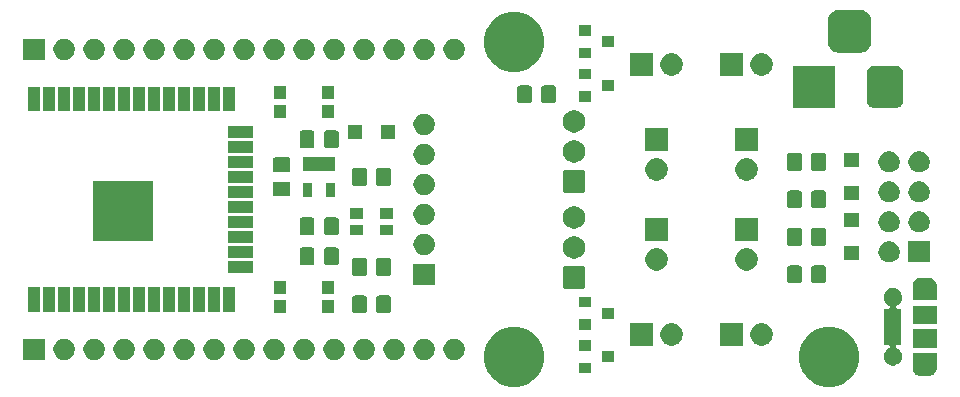
<source format=gbr>
G04 #@! TF.GenerationSoftware,KiCad,Pcbnew,(5.1.5-0-10_14)*
G04 #@! TF.CreationDate,2020-04-08T23:37:10-05:00*
G04 #@! TF.ProjectId,kbxIrBlaster,6b627849-7242-46c6-9173-7465722e6b69,rev?*
G04 #@! TF.SameCoordinates,Original*
G04 #@! TF.FileFunction,Soldermask,Top*
G04 #@! TF.FilePolarity,Negative*
%FSLAX46Y46*%
G04 Gerber Fmt 4.6, Leading zero omitted, Abs format (unit mm)*
G04 Created by KiCad (PCBNEW (5.1.5-0-10_14)) date 2020-04-08 23:37:10*
%MOMM*%
%LPD*%
G04 APERTURE LIST*
%ADD10C,0.100000*%
G04 APERTURE END LIST*
D10*
G36*
X189339098Y-91527033D02*
G01*
X189803350Y-91719332D01*
X189803352Y-91719333D01*
X190221168Y-91998509D01*
X190576491Y-92353832D01*
X190806854Y-92698595D01*
X190855668Y-92771650D01*
X191047967Y-93235902D01*
X191146000Y-93728747D01*
X191146000Y-94231253D01*
X191047967Y-94724098D01*
X190900666Y-95079714D01*
X190855667Y-95188352D01*
X190576491Y-95606168D01*
X190221168Y-95961491D01*
X189803352Y-96240667D01*
X189803351Y-96240668D01*
X189803350Y-96240668D01*
X189339098Y-96432967D01*
X188846253Y-96531000D01*
X188343747Y-96531000D01*
X187850902Y-96432967D01*
X187386650Y-96240668D01*
X187386649Y-96240668D01*
X187386648Y-96240667D01*
X186968832Y-95961491D01*
X186613509Y-95606168D01*
X186334333Y-95188352D01*
X186289334Y-95079714D01*
X186142033Y-94724098D01*
X186044000Y-94231253D01*
X186044000Y-93728747D01*
X186142033Y-93235902D01*
X186334332Y-92771650D01*
X186383146Y-92698595D01*
X186613509Y-92353832D01*
X186968832Y-91998509D01*
X187386648Y-91719333D01*
X187386650Y-91719332D01*
X187850902Y-91527033D01*
X188343747Y-91429000D01*
X188846253Y-91429000D01*
X189339098Y-91527033D01*
G37*
G36*
X162669098Y-91527033D02*
G01*
X163133350Y-91719332D01*
X163133352Y-91719333D01*
X163551168Y-91998509D01*
X163906491Y-92353832D01*
X164136854Y-92698595D01*
X164185668Y-92771650D01*
X164377967Y-93235902D01*
X164476000Y-93728747D01*
X164476000Y-94231253D01*
X164377967Y-94724098D01*
X164230666Y-95079714D01*
X164185667Y-95188352D01*
X163906491Y-95606168D01*
X163551168Y-95961491D01*
X163133352Y-96240667D01*
X163133351Y-96240668D01*
X163133350Y-96240668D01*
X162669098Y-96432967D01*
X162176253Y-96531000D01*
X161673747Y-96531000D01*
X161180902Y-96432967D01*
X160716650Y-96240668D01*
X160716649Y-96240668D01*
X160716648Y-96240667D01*
X160298832Y-95961491D01*
X159943509Y-95606168D01*
X159664333Y-95188352D01*
X159619334Y-95079714D01*
X159472033Y-94724098D01*
X159374000Y-94231253D01*
X159374000Y-93728747D01*
X159472033Y-93235902D01*
X159664332Y-92771650D01*
X159713146Y-92698595D01*
X159943509Y-92353832D01*
X160298832Y-91998509D01*
X160716648Y-91719333D01*
X160716650Y-91719332D01*
X161180902Y-91527033D01*
X161673747Y-91429000D01*
X162176253Y-91429000D01*
X162669098Y-91527033D01*
G37*
G36*
X197691500Y-94901886D02*
G01*
X197692102Y-94914138D01*
X197694649Y-94940000D01*
X197692102Y-94965862D01*
X197691500Y-94978114D01*
X197691500Y-95051406D01*
X197682543Y-95068164D01*
X197678415Y-95079701D01*
X197674624Y-95092196D01*
X197644854Y-95190336D01*
X197584406Y-95303425D01*
X197503054Y-95402554D01*
X197403925Y-95483906D01*
X197290836Y-95544354D01*
X197258904Y-95554040D01*
X197168118Y-95581580D01*
X197104355Y-95587860D01*
X197072474Y-95591000D01*
X196308526Y-95591000D01*
X196276645Y-95587860D01*
X196212882Y-95581580D01*
X196122096Y-95554040D01*
X196090164Y-95544354D01*
X195977075Y-95483906D01*
X195877946Y-95402554D01*
X195796594Y-95303425D01*
X195736146Y-95190336D01*
X195706376Y-95092196D01*
X195702587Y-95079708D01*
X195693213Y-95057075D01*
X195689500Y-95051518D01*
X195689500Y-94978114D01*
X195688898Y-94965862D01*
X195686351Y-94940000D01*
X195688898Y-94914138D01*
X195689500Y-94901886D01*
X195689500Y-93689000D01*
X197691500Y-93689000D01*
X197691500Y-94901886D01*
G37*
G36*
X168411000Y-95381000D02*
G01*
X167409000Y-95381000D01*
X167409000Y-94479000D01*
X168411000Y-94479000D01*
X168411000Y-95381000D01*
G37*
G36*
X194216848Y-88193820D02*
G01*
X194216850Y-88193821D01*
X194216851Y-88193821D01*
X194358074Y-88252317D01*
X194358077Y-88252319D01*
X194485169Y-88337239D01*
X194593261Y-88445331D01*
X194678181Y-88572423D01*
X194678183Y-88572426D01*
X194710729Y-88651000D01*
X194736680Y-88713652D01*
X194766500Y-88863569D01*
X194766500Y-89016431D01*
X194740131Y-89149000D01*
X194736679Y-89166351D01*
X194678183Y-89307574D01*
X194678181Y-89307577D01*
X194593261Y-89434669D01*
X194485169Y-89542761D01*
X194400440Y-89599375D01*
X194358074Y-89627683D01*
X194307772Y-89648519D01*
X194286164Y-89660068D01*
X194267222Y-89675614D01*
X194251677Y-89694556D01*
X194240126Y-89716166D01*
X194233013Y-89739615D01*
X194230611Y-89764001D01*
X194233013Y-89788387D01*
X194240126Y-89811836D01*
X194251677Y-89833447D01*
X194267223Y-89852389D01*
X194286165Y-89867934D01*
X194307775Y-89879485D01*
X194331224Y-89886598D01*
X194355610Y-89889000D01*
X194716500Y-89889000D01*
X194716500Y-92991000D01*
X194355610Y-92991000D01*
X194331224Y-92993402D01*
X194307775Y-93000515D01*
X194286164Y-93012066D01*
X194267222Y-93027611D01*
X194251677Y-93046553D01*
X194240126Y-93068164D01*
X194233013Y-93091613D01*
X194230611Y-93115999D01*
X194233013Y-93140385D01*
X194240126Y-93163834D01*
X194251677Y-93185445D01*
X194267222Y-93204387D01*
X194286164Y-93219932D01*
X194307772Y-93231481D01*
X194358074Y-93252317D01*
X194400440Y-93280625D01*
X194485169Y-93337239D01*
X194593261Y-93445331D01*
X194678181Y-93572423D01*
X194678183Y-93572426D01*
X194736679Y-93713649D01*
X194736680Y-93713652D01*
X194766500Y-93863569D01*
X194766500Y-94016431D01*
X194760847Y-94044853D01*
X194736679Y-94166351D01*
X194678183Y-94307574D01*
X194678181Y-94307577D01*
X194593261Y-94434669D01*
X194485169Y-94542761D01*
X194434564Y-94576574D01*
X194358074Y-94627683D01*
X194216851Y-94686179D01*
X194216850Y-94686179D01*
X194216848Y-94686180D01*
X194066931Y-94716000D01*
X193914069Y-94716000D01*
X193764152Y-94686180D01*
X193764150Y-94686179D01*
X193764149Y-94686179D01*
X193622926Y-94627683D01*
X193546436Y-94576574D01*
X193495831Y-94542761D01*
X193387739Y-94434669D01*
X193302819Y-94307577D01*
X193302817Y-94307574D01*
X193244321Y-94166351D01*
X193220154Y-94044853D01*
X193214500Y-94016431D01*
X193214500Y-93863569D01*
X193244320Y-93713652D01*
X193244321Y-93713649D01*
X193302817Y-93572426D01*
X193302819Y-93572423D01*
X193387739Y-93445331D01*
X193495831Y-93337239D01*
X193580560Y-93280625D01*
X193622926Y-93252317D01*
X193673228Y-93231481D01*
X193694836Y-93219932D01*
X193713778Y-93204386D01*
X193729323Y-93185444D01*
X193740874Y-93163834D01*
X193747987Y-93140385D01*
X193750389Y-93115999D01*
X193747987Y-93091613D01*
X193740874Y-93068164D01*
X193729323Y-93046553D01*
X193713777Y-93027611D01*
X193694835Y-93012066D01*
X193673225Y-93000515D01*
X193649776Y-92993402D01*
X193625390Y-92991000D01*
X193264500Y-92991000D01*
X193264500Y-89889000D01*
X193625390Y-89889000D01*
X193649776Y-89886598D01*
X193673225Y-89879485D01*
X193694836Y-89867934D01*
X193713778Y-89852389D01*
X193729323Y-89833447D01*
X193740874Y-89811836D01*
X193747987Y-89788387D01*
X193750389Y-89764001D01*
X193747987Y-89739615D01*
X193740874Y-89716166D01*
X193729323Y-89694555D01*
X193713778Y-89675613D01*
X193694836Y-89660068D01*
X193673228Y-89648519D01*
X193622926Y-89627683D01*
X193580560Y-89599375D01*
X193495831Y-89542761D01*
X193387739Y-89434669D01*
X193302819Y-89307577D01*
X193302817Y-89307574D01*
X193244321Y-89166351D01*
X193240870Y-89149000D01*
X193214500Y-89016431D01*
X193214500Y-88863569D01*
X193244320Y-88713652D01*
X193270271Y-88651000D01*
X193302817Y-88572426D01*
X193302819Y-88572423D01*
X193387739Y-88445331D01*
X193495831Y-88337239D01*
X193622923Y-88252319D01*
X193622926Y-88252317D01*
X193764149Y-88193821D01*
X193764150Y-88193821D01*
X193764152Y-88193820D01*
X193914069Y-88164000D01*
X194066931Y-88164000D01*
X194216848Y-88193820D01*
G37*
G36*
X170411000Y-94431000D02*
G01*
X169409000Y-94431000D01*
X169409000Y-93529000D01*
X170411000Y-93529000D01*
X170411000Y-94431000D01*
G37*
G36*
X146798512Y-92448927D02*
G01*
X146947812Y-92478624D01*
X147111784Y-92546544D01*
X147259354Y-92645147D01*
X147384853Y-92770646D01*
X147483456Y-92918216D01*
X147551376Y-93082188D01*
X147586000Y-93256259D01*
X147586000Y-93433741D01*
X147551376Y-93607812D01*
X147483456Y-93771784D01*
X147384853Y-93919354D01*
X147259354Y-94044853D01*
X147111784Y-94143456D01*
X146947812Y-94211376D01*
X146798512Y-94241073D01*
X146773742Y-94246000D01*
X146596258Y-94246000D01*
X146571488Y-94241073D01*
X146422188Y-94211376D01*
X146258216Y-94143456D01*
X146110646Y-94044853D01*
X145985147Y-93919354D01*
X145886544Y-93771784D01*
X145818624Y-93607812D01*
X145784000Y-93433741D01*
X145784000Y-93256259D01*
X145818624Y-93082188D01*
X145886544Y-92918216D01*
X145985147Y-92770646D01*
X146110646Y-92645147D01*
X146258216Y-92546544D01*
X146422188Y-92478624D01*
X146571488Y-92448927D01*
X146596258Y-92444000D01*
X146773742Y-92444000D01*
X146798512Y-92448927D01*
G37*
G36*
X122186000Y-94246000D02*
G01*
X120384000Y-94246000D01*
X120384000Y-92444000D01*
X122186000Y-92444000D01*
X122186000Y-94246000D01*
G37*
G36*
X156958512Y-92448927D02*
G01*
X157107812Y-92478624D01*
X157271784Y-92546544D01*
X157419354Y-92645147D01*
X157544853Y-92770646D01*
X157643456Y-92918216D01*
X157711376Y-93082188D01*
X157746000Y-93256259D01*
X157746000Y-93433741D01*
X157711376Y-93607812D01*
X157643456Y-93771784D01*
X157544853Y-93919354D01*
X157419354Y-94044853D01*
X157271784Y-94143456D01*
X157107812Y-94211376D01*
X156958512Y-94241073D01*
X156933742Y-94246000D01*
X156756258Y-94246000D01*
X156731488Y-94241073D01*
X156582188Y-94211376D01*
X156418216Y-94143456D01*
X156270646Y-94044853D01*
X156145147Y-93919354D01*
X156046544Y-93771784D01*
X155978624Y-93607812D01*
X155944000Y-93433741D01*
X155944000Y-93256259D01*
X155978624Y-93082188D01*
X156046544Y-92918216D01*
X156145147Y-92770646D01*
X156270646Y-92645147D01*
X156418216Y-92546544D01*
X156582188Y-92478624D01*
X156731488Y-92448927D01*
X156756258Y-92444000D01*
X156933742Y-92444000D01*
X156958512Y-92448927D01*
G37*
G36*
X154418512Y-92448927D02*
G01*
X154567812Y-92478624D01*
X154731784Y-92546544D01*
X154879354Y-92645147D01*
X155004853Y-92770646D01*
X155103456Y-92918216D01*
X155171376Y-93082188D01*
X155206000Y-93256259D01*
X155206000Y-93433741D01*
X155171376Y-93607812D01*
X155103456Y-93771784D01*
X155004853Y-93919354D01*
X154879354Y-94044853D01*
X154731784Y-94143456D01*
X154567812Y-94211376D01*
X154418512Y-94241073D01*
X154393742Y-94246000D01*
X154216258Y-94246000D01*
X154191488Y-94241073D01*
X154042188Y-94211376D01*
X153878216Y-94143456D01*
X153730646Y-94044853D01*
X153605147Y-93919354D01*
X153506544Y-93771784D01*
X153438624Y-93607812D01*
X153404000Y-93433741D01*
X153404000Y-93256259D01*
X153438624Y-93082188D01*
X153506544Y-92918216D01*
X153605147Y-92770646D01*
X153730646Y-92645147D01*
X153878216Y-92546544D01*
X154042188Y-92478624D01*
X154191488Y-92448927D01*
X154216258Y-92444000D01*
X154393742Y-92444000D01*
X154418512Y-92448927D01*
G37*
G36*
X149338512Y-92448927D02*
G01*
X149487812Y-92478624D01*
X149651784Y-92546544D01*
X149799354Y-92645147D01*
X149924853Y-92770646D01*
X150023456Y-92918216D01*
X150091376Y-93082188D01*
X150126000Y-93256259D01*
X150126000Y-93433741D01*
X150091376Y-93607812D01*
X150023456Y-93771784D01*
X149924853Y-93919354D01*
X149799354Y-94044853D01*
X149651784Y-94143456D01*
X149487812Y-94211376D01*
X149338512Y-94241073D01*
X149313742Y-94246000D01*
X149136258Y-94246000D01*
X149111488Y-94241073D01*
X148962188Y-94211376D01*
X148798216Y-94143456D01*
X148650646Y-94044853D01*
X148525147Y-93919354D01*
X148426544Y-93771784D01*
X148358624Y-93607812D01*
X148324000Y-93433741D01*
X148324000Y-93256259D01*
X148358624Y-93082188D01*
X148426544Y-92918216D01*
X148525147Y-92770646D01*
X148650646Y-92645147D01*
X148798216Y-92546544D01*
X148962188Y-92478624D01*
X149111488Y-92448927D01*
X149136258Y-92444000D01*
X149313742Y-92444000D01*
X149338512Y-92448927D01*
G37*
G36*
X144258512Y-92448927D02*
G01*
X144407812Y-92478624D01*
X144571784Y-92546544D01*
X144719354Y-92645147D01*
X144844853Y-92770646D01*
X144943456Y-92918216D01*
X145011376Y-93082188D01*
X145046000Y-93256259D01*
X145046000Y-93433741D01*
X145011376Y-93607812D01*
X144943456Y-93771784D01*
X144844853Y-93919354D01*
X144719354Y-94044853D01*
X144571784Y-94143456D01*
X144407812Y-94211376D01*
X144258512Y-94241073D01*
X144233742Y-94246000D01*
X144056258Y-94246000D01*
X144031488Y-94241073D01*
X143882188Y-94211376D01*
X143718216Y-94143456D01*
X143570646Y-94044853D01*
X143445147Y-93919354D01*
X143346544Y-93771784D01*
X143278624Y-93607812D01*
X143244000Y-93433741D01*
X143244000Y-93256259D01*
X143278624Y-93082188D01*
X143346544Y-92918216D01*
X143445147Y-92770646D01*
X143570646Y-92645147D01*
X143718216Y-92546544D01*
X143882188Y-92478624D01*
X144031488Y-92448927D01*
X144056258Y-92444000D01*
X144233742Y-92444000D01*
X144258512Y-92448927D01*
G37*
G36*
X141718512Y-92448927D02*
G01*
X141867812Y-92478624D01*
X142031784Y-92546544D01*
X142179354Y-92645147D01*
X142304853Y-92770646D01*
X142403456Y-92918216D01*
X142471376Y-93082188D01*
X142506000Y-93256259D01*
X142506000Y-93433741D01*
X142471376Y-93607812D01*
X142403456Y-93771784D01*
X142304853Y-93919354D01*
X142179354Y-94044853D01*
X142031784Y-94143456D01*
X141867812Y-94211376D01*
X141718512Y-94241073D01*
X141693742Y-94246000D01*
X141516258Y-94246000D01*
X141491488Y-94241073D01*
X141342188Y-94211376D01*
X141178216Y-94143456D01*
X141030646Y-94044853D01*
X140905147Y-93919354D01*
X140806544Y-93771784D01*
X140738624Y-93607812D01*
X140704000Y-93433741D01*
X140704000Y-93256259D01*
X140738624Y-93082188D01*
X140806544Y-92918216D01*
X140905147Y-92770646D01*
X141030646Y-92645147D01*
X141178216Y-92546544D01*
X141342188Y-92478624D01*
X141491488Y-92448927D01*
X141516258Y-92444000D01*
X141693742Y-92444000D01*
X141718512Y-92448927D01*
G37*
G36*
X139178512Y-92448927D02*
G01*
X139327812Y-92478624D01*
X139491784Y-92546544D01*
X139639354Y-92645147D01*
X139764853Y-92770646D01*
X139863456Y-92918216D01*
X139931376Y-93082188D01*
X139966000Y-93256259D01*
X139966000Y-93433741D01*
X139931376Y-93607812D01*
X139863456Y-93771784D01*
X139764853Y-93919354D01*
X139639354Y-94044853D01*
X139491784Y-94143456D01*
X139327812Y-94211376D01*
X139178512Y-94241073D01*
X139153742Y-94246000D01*
X138976258Y-94246000D01*
X138951488Y-94241073D01*
X138802188Y-94211376D01*
X138638216Y-94143456D01*
X138490646Y-94044853D01*
X138365147Y-93919354D01*
X138266544Y-93771784D01*
X138198624Y-93607812D01*
X138164000Y-93433741D01*
X138164000Y-93256259D01*
X138198624Y-93082188D01*
X138266544Y-92918216D01*
X138365147Y-92770646D01*
X138490646Y-92645147D01*
X138638216Y-92546544D01*
X138802188Y-92478624D01*
X138951488Y-92448927D01*
X138976258Y-92444000D01*
X139153742Y-92444000D01*
X139178512Y-92448927D01*
G37*
G36*
X136638512Y-92448927D02*
G01*
X136787812Y-92478624D01*
X136951784Y-92546544D01*
X137099354Y-92645147D01*
X137224853Y-92770646D01*
X137323456Y-92918216D01*
X137391376Y-93082188D01*
X137426000Y-93256259D01*
X137426000Y-93433741D01*
X137391376Y-93607812D01*
X137323456Y-93771784D01*
X137224853Y-93919354D01*
X137099354Y-94044853D01*
X136951784Y-94143456D01*
X136787812Y-94211376D01*
X136638512Y-94241073D01*
X136613742Y-94246000D01*
X136436258Y-94246000D01*
X136411488Y-94241073D01*
X136262188Y-94211376D01*
X136098216Y-94143456D01*
X135950646Y-94044853D01*
X135825147Y-93919354D01*
X135726544Y-93771784D01*
X135658624Y-93607812D01*
X135624000Y-93433741D01*
X135624000Y-93256259D01*
X135658624Y-93082188D01*
X135726544Y-92918216D01*
X135825147Y-92770646D01*
X135950646Y-92645147D01*
X136098216Y-92546544D01*
X136262188Y-92478624D01*
X136411488Y-92448927D01*
X136436258Y-92444000D01*
X136613742Y-92444000D01*
X136638512Y-92448927D01*
G37*
G36*
X134098512Y-92448927D02*
G01*
X134247812Y-92478624D01*
X134411784Y-92546544D01*
X134559354Y-92645147D01*
X134684853Y-92770646D01*
X134783456Y-92918216D01*
X134851376Y-93082188D01*
X134886000Y-93256259D01*
X134886000Y-93433741D01*
X134851376Y-93607812D01*
X134783456Y-93771784D01*
X134684853Y-93919354D01*
X134559354Y-94044853D01*
X134411784Y-94143456D01*
X134247812Y-94211376D01*
X134098512Y-94241073D01*
X134073742Y-94246000D01*
X133896258Y-94246000D01*
X133871488Y-94241073D01*
X133722188Y-94211376D01*
X133558216Y-94143456D01*
X133410646Y-94044853D01*
X133285147Y-93919354D01*
X133186544Y-93771784D01*
X133118624Y-93607812D01*
X133084000Y-93433741D01*
X133084000Y-93256259D01*
X133118624Y-93082188D01*
X133186544Y-92918216D01*
X133285147Y-92770646D01*
X133410646Y-92645147D01*
X133558216Y-92546544D01*
X133722188Y-92478624D01*
X133871488Y-92448927D01*
X133896258Y-92444000D01*
X134073742Y-92444000D01*
X134098512Y-92448927D01*
G37*
G36*
X131558512Y-92448927D02*
G01*
X131707812Y-92478624D01*
X131871784Y-92546544D01*
X132019354Y-92645147D01*
X132144853Y-92770646D01*
X132243456Y-92918216D01*
X132311376Y-93082188D01*
X132346000Y-93256259D01*
X132346000Y-93433741D01*
X132311376Y-93607812D01*
X132243456Y-93771784D01*
X132144853Y-93919354D01*
X132019354Y-94044853D01*
X131871784Y-94143456D01*
X131707812Y-94211376D01*
X131558512Y-94241073D01*
X131533742Y-94246000D01*
X131356258Y-94246000D01*
X131331488Y-94241073D01*
X131182188Y-94211376D01*
X131018216Y-94143456D01*
X130870646Y-94044853D01*
X130745147Y-93919354D01*
X130646544Y-93771784D01*
X130578624Y-93607812D01*
X130544000Y-93433741D01*
X130544000Y-93256259D01*
X130578624Y-93082188D01*
X130646544Y-92918216D01*
X130745147Y-92770646D01*
X130870646Y-92645147D01*
X131018216Y-92546544D01*
X131182188Y-92478624D01*
X131331488Y-92448927D01*
X131356258Y-92444000D01*
X131533742Y-92444000D01*
X131558512Y-92448927D01*
G37*
G36*
X129018512Y-92448927D02*
G01*
X129167812Y-92478624D01*
X129331784Y-92546544D01*
X129479354Y-92645147D01*
X129604853Y-92770646D01*
X129703456Y-92918216D01*
X129771376Y-93082188D01*
X129806000Y-93256259D01*
X129806000Y-93433741D01*
X129771376Y-93607812D01*
X129703456Y-93771784D01*
X129604853Y-93919354D01*
X129479354Y-94044853D01*
X129331784Y-94143456D01*
X129167812Y-94211376D01*
X129018512Y-94241073D01*
X128993742Y-94246000D01*
X128816258Y-94246000D01*
X128791488Y-94241073D01*
X128642188Y-94211376D01*
X128478216Y-94143456D01*
X128330646Y-94044853D01*
X128205147Y-93919354D01*
X128106544Y-93771784D01*
X128038624Y-93607812D01*
X128004000Y-93433741D01*
X128004000Y-93256259D01*
X128038624Y-93082188D01*
X128106544Y-92918216D01*
X128205147Y-92770646D01*
X128330646Y-92645147D01*
X128478216Y-92546544D01*
X128642188Y-92478624D01*
X128791488Y-92448927D01*
X128816258Y-92444000D01*
X128993742Y-92444000D01*
X129018512Y-92448927D01*
G37*
G36*
X126478512Y-92448927D02*
G01*
X126627812Y-92478624D01*
X126791784Y-92546544D01*
X126939354Y-92645147D01*
X127064853Y-92770646D01*
X127163456Y-92918216D01*
X127231376Y-93082188D01*
X127266000Y-93256259D01*
X127266000Y-93433741D01*
X127231376Y-93607812D01*
X127163456Y-93771784D01*
X127064853Y-93919354D01*
X126939354Y-94044853D01*
X126791784Y-94143456D01*
X126627812Y-94211376D01*
X126478512Y-94241073D01*
X126453742Y-94246000D01*
X126276258Y-94246000D01*
X126251488Y-94241073D01*
X126102188Y-94211376D01*
X125938216Y-94143456D01*
X125790646Y-94044853D01*
X125665147Y-93919354D01*
X125566544Y-93771784D01*
X125498624Y-93607812D01*
X125464000Y-93433741D01*
X125464000Y-93256259D01*
X125498624Y-93082188D01*
X125566544Y-92918216D01*
X125665147Y-92770646D01*
X125790646Y-92645147D01*
X125938216Y-92546544D01*
X126102188Y-92478624D01*
X126251488Y-92448927D01*
X126276258Y-92444000D01*
X126453742Y-92444000D01*
X126478512Y-92448927D01*
G37*
G36*
X123938512Y-92448927D02*
G01*
X124087812Y-92478624D01*
X124251784Y-92546544D01*
X124399354Y-92645147D01*
X124524853Y-92770646D01*
X124623456Y-92918216D01*
X124691376Y-93082188D01*
X124726000Y-93256259D01*
X124726000Y-93433741D01*
X124691376Y-93607812D01*
X124623456Y-93771784D01*
X124524853Y-93919354D01*
X124399354Y-94044853D01*
X124251784Y-94143456D01*
X124087812Y-94211376D01*
X123938512Y-94241073D01*
X123913742Y-94246000D01*
X123736258Y-94246000D01*
X123711488Y-94241073D01*
X123562188Y-94211376D01*
X123398216Y-94143456D01*
X123250646Y-94044853D01*
X123125147Y-93919354D01*
X123026544Y-93771784D01*
X122958624Y-93607812D01*
X122924000Y-93433741D01*
X122924000Y-93256259D01*
X122958624Y-93082188D01*
X123026544Y-92918216D01*
X123125147Y-92770646D01*
X123250646Y-92645147D01*
X123398216Y-92546544D01*
X123562188Y-92478624D01*
X123711488Y-92448927D01*
X123736258Y-92444000D01*
X123913742Y-92444000D01*
X123938512Y-92448927D01*
G37*
G36*
X151878512Y-92448927D02*
G01*
X152027812Y-92478624D01*
X152191784Y-92546544D01*
X152339354Y-92645147D01*
X152464853Y-92770646D01*
X152563456Y-92918216D01*
X152631376Y-93082188D01*
X152666000Y-93256259D01*
X152666000Y-93433741D01*
X152631376Y-93607812D01*
X152563456Y-93771784D01*
X152464853Y-93919354D01*
X152339354Y-94044853D01*
X152191784Y-94143456D01*
X152027812Y-94211376D01*
X151878512Y-94241073D01*
X151853742Y-94246000D01*
X151676258Y-94246000D01*
X151651488Y-94241073D01*
X151502188Y-94211376D01*
X151338216Y-94143456D01*
X151190646Y-94044853D01*
X151065147Y-93919354D01*
X150966544Y-93771784D01*
X150898624Y-93607812D01*
X150864000Y-93433741D01*
X150864000Y-93256259D01*
X150898624Y-93082188D01*
X150966544Y-92918216D01*
X151065147Y-92770646D01*
X151190646Y-92645147D01*
X151338216Y-92546544D01*
X151502188Y-92478624D01*
X151651488Y-92448927D01*
X151676258Y-92444000D01*
X151853742Y-92444000D01*
X151878512Y-92448927D01*
G37*
G36*
X168411000Y-93481000D02*
G01*
X167409000Y-93481000D01*
X167409000Y-92579000D01*
X168411000Y-92579000D01*
X168411000Y-93481000D01*
G37*
G36*
X197691500Y-93241000D02*
G01*
X195689500Y-93241000D01*
X195689500Y-91639000D01*
X197691500Y-91639000D01*
X197691500Y-93241000D01*
G37*
G36*
X175537395Y-91160546D02*
G01*
X175710466Y-91232234D01*
X175710467Y-91232235D01*
X175866227Y-91336310D01*
X175998690Y-91468773D01*
X176051081Y-91547182D01*
X176102766Y-91624534D01*
X176174454Y-91797605D01*
X176211000Y-91981333D01*
X176211000Y-92168667D01*
X176174454Y-92352395D01*
X176102766Y-92525466D01*
X176088682Y-92546544D01*
X175998690Y-92681227D01*
X175866227Y-92813690D01*
X175787818Y-92866081D01*
X175710466Y-92917766D01*
X175537395Y-92989454D01*
X175353667Y-93026000D01*
X175166333Y-93026000D01*
X174982605Y-92989454D01*
X174809534Y-92917766D01*
X174732182Y-92866081D01*
X174653773Y-92813690D01*
X174521310Y-92681227D01*
X174431318Y-92546544D01*
X174417234Y-92525466D01*
X174345546Y-92352395D01*
X174309000Y-92168667D01*
X174309000Y-91981333D01*
X174345546Y-91797605D01*
X174417234Y-91624534D01*
X174468919Y-91547182D01*
X174521310Y-91468773D01*
X174653773Y-91336310D01*
X174809533Y-91232235D01*
X174809534Y-91232234D01*
X174982605Y-91160546D01*
X175166333Y-91124000D01*
X175353667Y-91124000D01*
X175537395Y-91160546D01*
G37*
G36*
X173671000Y-93026000D02*
G01*
X171769000Y-93026000D01*
X171769000Y-91124000D01*
X173671000Y-91124000D01*
X173671000Y-93026000D01*
G37*
G36*
X183157395Y-91160546D02*
G01*
X183330466Y-91232234D01*
X183330467Y-91232235D01*
X183486227Y-91336310D01*
X183618690Y-91468773D01*
X183671081Y-91547182D01*
X183722766Y-91624534D01*
X183794454Y-91797605D01*
X183831000Y-91981333D01*
X183831000Y-92168667D01*
X183794454Y-92352395D01*
X183722766Y-92525466D01*
X183708682Y-92546544D01*
X183618690Y-92681227D01*
X183486227Y-92813690D01*
X183407818Y-92866081D01*
X183330466Y-92917766D01*
X183157395Y-92989454D01*
X182973667Y-93026000D01*
X182786333Y-93026000D01*
X182602605Y-92989454D01*
X182429534Y-92917766D01*
X182352182Y-92866081D01*
X182273773Y-92813690D01*
X182141310Y-92681227D01*
X182051318Y-92546544D01*
X182037234Y-92525466D01*
X181965546Y-92352395D01*
X181929000Y-92168667D01*
X181929000Y-91981333D01*
X181965546Y-91797605D01*
X182037234Y-91624534D01*
X182088919Y-91547182D01*
X182141310Y-91468773D01*
X182273773Y-91336310D01*
X182429533Y-91232235D01*
X182429534Y-91232234D01*
X182602605Y-91160546D01*
X182786333Y-91124000D01*
X182973667Y-91124000D01*
X183157395Y-91160546D01*
G37*
G36*
X181291000Y-93026000D02*
G01*
X179389000Y-93026000D01*
X179389000Y-91124000D01*
X181291000Y-91124000D01*
X181291000Y-93026000D01*
G37*
G36*
X168411000Y-91698000D02*
G01*
X167409000Y-91698000D01*
X167409000Y-90796000D01*
X168411000Y-90796000D01*
X168411000Y-91698000D01*
G37*
G36*
X197691500Y-91241000D02*
G01*
X195689500Y-91241000D01*
X195689500Y-89639000D01*
X197691500Y-89639000D01*
X197691500Y-91241000D01*
G37*
G36*
X170411000Y-90748000D02*
G01*
X169409000Y-90748000D01*
X169409000Y-89846000D01*
X170411000Y-89846000D01*
X170411000Y-90748000D01*
G37*
G36*
X151348674Y-88788465D02*
G01*
X151386367Y-88799899D01*
X151421103Y-88818466D01*
X151451548Y-88843452D01*
X151476534Y-88873897D01*
X151495101Y-88908633D01*
X151506535Y-88946326D01*
X151511000Y-88991661D01*
X151511000Y-90078339D01*
X151506535Y-90123674D01*
X151495101Y-90161367D01*
X151476534Y-90196103D01*
X151451548Y-90226548D01*
X151421103Y-90251534D01*
X151386367Y-90270101D01*
X151348674Y-90281535D01*
X151303339Y-90286000D01*
X150466661Y-90286000D01*
X150421326Y-90281535D01*
X150383633Y-90270101D01*
X150348897Y-90251534D01*
X150318452Y-90226548D01*
X150293466Y-90196103D01*
X150274899Y-90161367D01*
X150263465Y-90123674D01*
X150259000Y-90078339D01*
X150259000Y-88991661D01*
X150263465Y-88946326D01*
X150274899Y-88908633D01*
X150293466Y-88873897D01*
X150318452Y-88843452D01*
X150348897Y-88818466D01*
X150383633Y-88799899D01*
X150421326Y-88788465D01*
X150466661Y-88784000D01*
X151303339Y-88784000D01*
X151348674Y-88788465D01*
G37*
G36*
X149298674Y-88788465D02*
G01*
X149336367Y-88799899D01*
X149371103Y-88818466D01*
X149401548Y-88843452D01*
X149426534Y-88873897D01*
X149445101Y-88908633D01*
X149456535Y-88946326D01*
X149461000Y-88991661D01*
X149461000Y-90078339D01*
X149456535Y-90123674D01*
X149445101Y-90161367D01*
X149426534Y-90196103D01*
X149401548Y-90226548D01*
X149371103Y-90251534D01*
X149336367Y-90270101D01*
X149298674Y-90281535D01*
X149253339Y-90286000D01*
X148416661Y-90286000D01*
X148371326Y-90281535D01*
X148333633Y-90270101D01*
X148298897Y-90251534D01*
X148268452Y-90226548D01*
X148243466Y-90196103D01*
X148224899Y-90161367D01*
X148213465Y-90123674D01*
X148209000Y-90078339D01*
X148209000Y-88991661D01*
X148213465Y-88946326D01*
X148224899Y-88908633D01*
X148243466Y-88873897D01*
X148268452Y-88843452D01*
X148298897Y-88818466D01*
X148333633Y-88799899D01*
X148371326Y-88788465D01*
X148416661Y-88784000D01*
X149253339Y-88784000D01*
X149298674Y-88788465D01*
G37*
G36*
X146696000Y-90251000D02*
G01*
X145694000Y-90251000D01*
X145694000Y-89149000D01*
X146696000Y-89149000D01*
X146696000Y-90251000D01*
G37*
G36*
X142596000Y-90251000D02*
G01*
X141594000Y-90251000D01*
X141594000Y-89149000D01*
X142596000Y-89149000D01*
X142596000Y-90251000D01*
G37*
G36*
X129406000Y-90196000D02*
G01*
X128404000Y-90196000D01*
X128404000Y-88094000D01*
X129406000Y-88094000D01*
X129406000Y-90196000D01*
G37*
G36*
X138296000Y-90196000D02*
G01*
X137294000Y-90196000D01*
X137294000Y-88094000D01*
X138296000Y-88094000D01*
X138296000Y-90196000D01*
G37*
G36*
X130676000Y-90196000D02*
G01*
X129674000Y-90196000D01*
X129674000Y-88094000D01*
X130676000Y-88094000D01*
X130676000Y-90196000D01*
G37*
G36*
X131946000Y-90196000D02*
G01*
X130944000Y-90196000D01*
X130944000Y-88094000D01*
X131946000Y-88094000D01*
X131946000Y-90196000D01*
G37*
G36*
X133216000Y-90196000D02*
G01*
X132214000Y-90196000D01*
X132214000Y-88094000D01*
X133216000Y-88094000D01*
X133216000Y-90196000D01*
G37*
G36*
X134486000Y-90196000D02*
G01*
X133484000Y-90196000D01*
X133484000Y-88094000D01*
X134486000Y-88094000D01*
X134486000Y-90196000D01*
G37*
G36*
X135756000Y-90196000D02*
G01*
X134754000Y-90196000D01*
X134754000Y-88094000D01*
X135756000Y-88094000D01*
X135756000Y-90196000D01*
G37*
G36*
X137026000Y-90196000D02*
G01*
X136024000Y-90196000D01*
X136024000Y-88094000D01*
X137026000Y-88094000D01*
X137026000Y-90196000D01*
G37*
G36*
X121786000Y-90196000D02*
G01*
X120784000Y-90196000D01*
X120784000Y-88094000D01*
X121786000Y-88094000D01*
X121786000Y-90196000D01*
G37*
G36*
X128136000Y-90196000D02*
G01*
X127134000Y-90196000D01*
X127134000Y-88094000D01*
X128136000Y-88094000D01*
X128136000Y-90196000D01*
G37*
G36*
X126866000Y-90196000D02*
G01*
X125864000Y-90196000D01*
X125864000Y-88094000D01*
X126866000Y-88094000D01*
X126866000Y-90196000D01*
G37*
G36*
X123056000Y-90196000D02*
G01*
X122054000Y-90196000D01*
X122054000Y-88094000D01*
X123056000Y-88094000D01*
X123056000Y-90196000D01*
G37*
G36*
X125596000Y-90196000D02*
G01*
X124594000Y-90196000D01*
X124594000Y-88094000D01*
X125596000Y-88094000D01*
X125596000Y-90196000D01*
G37*
G36*
X124326000Y-90196000D02*
G01*
X123324000Y-90196000D01*
X123324000Y-88094000D01*
X124326000Y-88094000D01*
X124326000Y-90196000D01*
G37*
G36*
X168411000Y-89798000D02*
G01*
X167409000Y-89798000D01*
X167409000Y-88896000D01*
X168411000Y-88896000D01*
X168411000Y-89798000D01*
G37*
G36*
X197104355Y-87292140D02*
G01*
X197168118Y-87298420D01*
X197258904Y-87325960D01*
X197290836Y-87335646D01*
X197403925Y-87396094D01*
X197503054Y-87477446D01*
X197584406Y-87576575D01*
X197644854Y-87689664D01*
X197644855Y-87689668D01*
X197678413Y-87800292D01*
X197687787Y-87822925D01*
X197691500Y-87828482D01*
X197691500Y-87901886D01*
X197692102Y-87914138D01*
X197694649Y-87940000D01*
X197692102Y-87965862D01*
X197691500Y-87978114D01*
X197691500Y-89191000D01*
X195689500Y-89191000D01*
X195689500Y-87978114D01*
X195688898Y-87965862D01*
X195686351Y-87940000D01*
X195688898Y-87914138D01*
X195689500Y-87901886D01*
X195689500Y-87828594D01*
X195698457Y-87811836D01*
X195702585Y-87800299D01*
X195736145Y-87689668D01*
X195736146Y-87689664D01*
X195796594Y-87576575D01*
X195877946Y-87477446D01*
X195977075Y-87396094D01*
X196090164Y-87335646D01*
X196122096Y-87325960D01*
X196212882Y-87298420D01*
X196276645Y-87292140D01*
X196308526Y-87289000D01*
X197072474Y-87289000D01*
X197104355Y-87292140D01*
G37*
G36*
X142596000Y-88651000D02*
G01*
X141594000Y-88651000D01*
X141594000Y-87549000D01*
X142596000Y-87549000D01*
X142596000Y-88651000D01*
G37*
G36*
X146696000Y-88651000D02*
G01*
X145694000Y-88651000D01*
X145694000Y-87549000D01*
X146696000Y-87549000D01*
X146696000Y-88651000D01*
G37*
G36*
X167815723Y-86301939D02*
G01*
X167848280Y-86311815D01*
X167878276Y-86327848D01*
X167904572Y-86349428D01*
X167926152Y-86375724D01*
X167942185Y-86405720D01*
X167952061Y-86438277D01*
X167956000Y-86478269D01*
X167956000Y-88019731D01*
X167952061Y-88059723D01*
X167942185Y-88092280D01*
X167926152Y-88122276D01*
X167904572Y-88148572D01*
X167878276Y-88170152D01*
X167848280Y-88186185D01*
X167815723Y-88196061D01*
X167775731Y-88200000D01*
X166234269Y-88200000D01*
X166194277Y-88196061D01*
X166161720Y-88186185D01*
X166131724Y-88170152D01*
X166105428Y-88148572D01*
X166083848Y-88122276D01*
X166067815Y-88092280D01*
X166057939Y-88059723D01*
X166054000Y-88019731D01*
X166054000Y-86478269D01*
X166057939Y-86438277D01*
X166067815Y-86405720D01*
X166083848Y-86375724D01*
X166105428Y-86349428D01*
X166131724Y-86327848D01*
X166161720Y-86311815D01*
X166194277Y-86301939D01*
X166234269Y-86298000D01*
X167775731Y-86298000D01*
X167815723Y-86301939D01*
G37*
G36*
X155206000Y-87896000D02*
G01*
X153404000Y-87896000D01*
X153404000Y-86094000D01*
X155206000Y-86094000D01*
X155206000Y-87896000D01*
G37*
G36*
X186128674Y-86248465D02*
G01*
X186166367Y-86259899D01*
X186201103Y-86278466D01*
X186231548Y-86303452D01*
X186256534Y-86333897D01*
X186275101Y-86368633D01*
X186286535Y-86406326D01*
X186291000Y-86451661D01*
X186291000Y-87538339D01*
X186286535Y-87583674D01*
X186275101Y-87621367D01*
X186256534Y-87656103D01*
X186231548Y-87686548D01*
X186201103Y-87711534D01*
X186166367Y-87730101D01*
X186128674Y-87741535D01*
X186083339Y-87746000D01*
X185246661Y-87746000D01*
X185201326Y-87741535D01*
X185163633Y-87730101D01*
X185128897Y-87711534D01*
X185098452Y-87686548D01*
X185073466Y-87656103D01*
X185054899Y-87621367D01*
X185043465Y-87583674D01*
X185039000Y-87538339D01*
X185039000Y-86451661D01*
X185043465Y-86406326D01*
X185054899Y-86368633D01*
X185073466Y-86333897D01*
X185098452Y-86303452D01*
X185128897Y-86278466D01*
X185163633Y-86259899D01*
X185201326Y-86248465D01*
X185246661Y-86244000D01*
X186083339Y-86244000D01*
X186128674Y-86248465D01*
G37*
G36*
X188178674Y-86248465D02*
G01*
X188216367Y-86259899D01*
X188251103Y-86278466D01*
X188281548Y-86303452D01*
X188306534Y-86333897D01*
X188325101Y-86368633D01*
X188336535Y-86406326D01*
X188341000Y-86451661D01*
X188341000Y-87538339D01*
X188336535Y-87583674D01*
X188325101Y-87621367D01*
X188306534Y-87656103D01*
X188281548Y-87686548D01*
X188251103Y-87711534D01*
X188216367Y-87730101D01*
X188178674Y-87741535D01*
X188133339Y-87746000D01*
X187296661Y-87746000D01*
X187251326Y-87741535D01*
X187213633Y-87730101D01*
X187178897Y-87711534D01*
X187148452Y-87686548D01*
X187123466Y-87656103D01*
X187104899Y-87621367D01*
X187093465Y-87583674D01*
X187089000Y-87538339D01*
X187089000Y-86451661D01*
X187093465Y-86406326D01*
X187104899Y-86368633D01*
X187123466Y-86333897D01*
X187148452Y-86303452D01*
X187178897Y-86278466D01*
X187213633Y-86259899D01*
X187251326Y-86248465D01*
X187296661Y-86244000D01*
X188133339Y-86244000D01*
X188178674Y-86248465D01*
G37*
G36*
X149298674Y-85613465D02*
G01*
X149336367Y-85624899D01*
X149371103Y-85643466D01*
X149401548Y-85668452D01*
X149426534Y-85698897D01*
X149445101Y-85733633D01*
X149456535Y-85771326D01*
X149461000Y-85816661D01*
X149461000Y-86903339D01*
X149456535Y-86948674D01*
X149445101Y-86986367D01*
X149426534Y-87021103D01*
X149401548Y-87051548D01*
X149371103Y-87076534D01*
X149336367Y-87095101D01*
X149298674Y-87106535D01*
X149253339Y-87111000D01*
X148416661Y-87111000D01*
X148371326Y-87106535D01*
X148333633Y-87095101D01*
X148298897Y-87076534D01*
X148268452Y-87051548D01*
X148243466Y-87021103D01*
X148224899Y-86986367D01*
X148213465Y-86948674D01*
X148209000Y-86903339D01*
X148209000Y-85816661D01*
X148213465Y-85771326D01*
X148224899Y-85733633D01*
X148243466Y-85698897D01*
X148268452Y-85668452D01*
X148298897Y-85643466D01*
X148333633Y-85624899D01*
X148371326Y-85613465D01*
X148416661Y-85609000D01*
X149253339Y-85609000D01*
X149298674Y-85613465D01*
G37*
G36*
X151348674Y-85613465D02*
G01*
X151386367Y-85624899D01*
X151421103Y-85643466D01*
X151451548Y-85668452D01*
X151476534Y-85698897D01*
X151495101Y-85733633D01*
X151506535Y-85771326D01*
X151511000Y-85816661D01*
X151511000Y-86903339D01*
X151506535Y-86948674D01*
X151495101Y-86986367D01*
X151476534Y-87021103D01*
X151451548Y-87051548D01*
X151421103Y-87076534D01*
X151386367Y-87095101D01*
X151348674Y-87106535D01*
X151303339Y-87111000D01*
X150466661Y-87111000D01*
X150421326Y-87106535D01*
X150383633Y-87095101D01*
X150348897Y-87076534D01*
X150318452Y-87051548D01*
X150293466Y-87021103D01*
X150274899Y-86986367D01*
X150263465Y-86948674D01*
X150259000Y-86903339D01*
X150259000Y-85816661D01*
X150263465Y-85771326D01*
X150274899Y-85733633D01*
X150293466Y-85698897D01*
X150318452Y-85668452D01*
X150348897Y-85643466D01*
X150383633Y-85624899D01*
X150421326Y-85613465D01*
X150466661Y-85609000D01*
X151303339Y-85609000D01*
X151348674Y-85613465D01*
G37*
G36*
X139846000Y-86861000D02*
G01*
X137744000Y-86861000D01*
X137744000Y-85859000D01*
X139846000Y-85859000D01*
X139846000Y-86861000D01*
G37*
G36*
X181887395Y-84810546D02*
G01*
X182060466Y-84882234D01*
X182128452Y-84927661D01*
X182216227Y-84986310D01*
X182348690Y-85118773D01*
X182348691Y-85118775D01*
X182452766Y-85274534D01*
X182524454Y-85447605D01*
X182561000Y-85631333D01*
X182561000Y-85818667D01*
X182524454Y-86002395D01*
X182452766Y-86175466D01*
X182424656Y-86217535D01*
X182348690Y-86331227D01*
X182216227Y-86463690D01*
X182194408Y-86478269D01*
X182060466Y-86567766D01*
X181887395Y-86639454D01*
X181703667Y-86676000D01*
X181516333Y-86676000D01*
X181332605Y-86639454D01*
X181159534Y-86567766D01*
X181025592Y-86478269D01*
X181003773Y-86463690D01*
X180871310Y-86331227D01*
X180795344Y-86217535D01*
X180767234Y-86175466D01*
X180695546Y-86002395D01*
X180659000Y-85818667D01*
X180659000Y-85631333D01*
X180695546Y-85447605D01*
X180767234Y-85274534D01*
X180871309Y-85118775D01*
X180871310Y-85118773D01*
X181003773Y-84986310D01*
X181091548Y-84927661D01*
X181159534Y-84882234D01*
X181332605Y-84810546D01*
X181516333Y-84774000D01*
X181703667Y-84774000D01*
X181887395Y-84810546D01*
G37*
G36*
X174267395Y-84810546D02*
G01*
X174440466Y-84882234D01*
X174508452Y-84927661D01*
X174596227Y-84986310D01*
X174728690Y-85118773D01*
X174728691Y-85118775D01*
X174832766Y-85274534D01*
X174904454Y-85447605D01*
X174941000Y-85631333D01*
X174941000Y-85818667D01*
X174904454Y-86002395D01*
X174832766Y-86175466D01*
X174804656Y-86217535D01*
X174728690Y-86331227D01*
X174596227Y-86463690D01*
X174574408Y-86478269D01*
X174440466Y-86567766D01*
X174267395Y-86639454D01*
X174083667Y-86676000D01*
X173896333Y-86676000D01*
X173712605Y-86639454D01*
X173539534Y-86567766D01*
X173405592Y-86478269D01*
X173383773Y-86463690D01*
X173251310Y-86331227D01*
X173175344Y-86217535D01*
X173147234Y-86175466D01*
X173075546Y-86002395D01*
X173039000Y-85818667D01*
X173039000Y-85631333D01*
X173075546Y-85447605D01*
X173147234Y-85274534D01*
X173251309Y-85118775D01*
X173251310Y-85118773D01*
X173383773Y-84986310D01*
X173471548Y-84927661D01*
X173539534Y-84882234D01*
X173712605Y-84810546D01*
X173896333Y-84774000D01*
X174083667Y-84774000D01*
X174267395Y-84810546D01*
G37*
G36*
X144853674Y-84724465D02*
G01*
X144891367Y-84735899D01*
X144926103Y-84754466D01*
X144956548Y-84779452D01*
X144981534Y-84809897D01*
X145000101Y-84844633D01*
X145011535Y-84882326D01*
X145016000Y-84927661D01*
X145016000Y-86014339D01*
X145011535Y-86059674D01*
X145000101Y-86097367D01*
X144981534Y-86132103D01*
X144956548Y-86162548D01*
X144926103Y-86187534D01*
X144891367Y-86206101D01*
X144853674Y-86217535D01*
X144808339Y-86222000D01*
X143971661Y-86222000D01*
X143926326Y-86217535D01*
X143888633Y-86206101D01*
X143853897Y-86187534D01*
X143823452Y-86162548D01*
X143798466Y-86132103D01*
X143779899Y-86097367D01*
X143768465Y-86059674D01*
X143764000Y-86014339D01*
X143764000Y-84927661D01*
X143768465Y-84882326D01*
X143779899Y-84844633D01*
X143798466Y-84809897D01*
X143823452Y-84779452D01*
X143853897Y-84754466D01*
X143888633Y-84735899D01*
X143926326Y-84724465D01*
X143971661Y-84720000D01*
X144808339Y-84720000D01*
X144853674Y-84724465D01*
G37*
G36*
X146903674Y-84724465D02*
G01*
X146941367Y-84735899D01*
X146976103Y-84754466D01*
X147006548Y-84779452D01*
X147031534Y-84809897D01*
X147050101Y-84844633D01*
X147061535Y-84882326D01*
X147066000Y-84927661D01*
X147066000Y-86014339D01*
X147061535Y-86059674D01*
X147050101Y-86097367D01*
X147031534Y-86132103D01*
X147006548Y-86162548D01*
X146976103Y-86187534D01*
X146941367Y-86206101D01*
X146903674Y-86217535D01*
X146858339Y-86222000D01*
X146021661Y-86222000D01*
X145976326Y-86217535D01*
X145938633Y-86206101D01*
X145903897Y-86187534D01*
X145873452Y-86162548D01*
X145848466Y-86132103D01*
X145829899Y-86097367D01*
X145818465Y-86059674D01*
X145814000Y-86014339D01*
X145814000Y-84927661D01*
X145818465Y-84882326D01*
X145829899Y-84844633D01*
X145848466Y-84809897D01*
X145873452Y-84779452D01*
X145903897Y-84754466D01*
X145938633Y-84735899D01*
X145976326Y-84724465D01*
X146021661Y-84720000D01*
X146858339Y-84720000D01*
X146903674Y-84724465D01*
G37*
G36*
X197116000Y-85991000D02*
G01*
X195314000Y-85991000D01*
X195314000Y-84189000D01*
X197116000Y-84189000D01*
X197116000Y-85991000D01*
G37*
G36*
X193779769Y-84192188D02*
G01*
X193937812Y-84223624D01*
X194101784Y-84291544D01*
X194249354Y-84390147D01*
X194374853Y-84515646D01*
X194473456Y-84663216D01*
X194541376Y-84827188D01*
X194563631Y-84939075D01*
X194573044Y-84986395D01*
X194576000Y-85001259D01*
X194576000Y-85178741D01*
X194541376Y-85352812D01*
X194473456Y-85516784D01*
X194374853Y-85664354D01*
X194249354Y-85789853D01*
X194101784Y-85888456D01*
X193937812Y-85956376D01*
X193788512Y-85986073D01*
X193763742Y-85991000D01*
X193586258Y-85991000D01*
X193561488Y-85986073D01*
X193412188Y-85956376D01*
X193248216Y-85888456D01*
X193100646Y-85789853D01*
X192975147Y-85664354D01*
X192876544Y-85516784D01*
X192808624Y-85352812D01*
X192774000Y-85178741D01*
X192774000Y-85001259D01*
X192776957Y-84986395D01*
X192786369Y-84939075D01*
X192808624Y-84827188D01*
X192876544Y-84663216D01*
X192975147Y-84515646D01*
X193100646Y-84390147D01*
X193248216Y-84291544D01*
X193412188Y-84223624D01*
X193570231Y-84192188D01*
X193586258Y-84189000D01*
X193763742Y-84189000D01*
X193779769Y-84192188D01*
G37*
G36*
X191101000Y-85821000D02*
G01*
X189899000Y-85821000D01*
X189899000Y-84619000D01*
X191101000Y-84619000D01*
X191101000Y-85821000D01*
G37*
G36*
X167282395Y-83794546D02*
G01*
X167455466Y-83866234D01*
X167532818Y-83917919D01*
X167611227Y-83970310D01*
X167743690Y-84102773D01*
X167743691Y-84102775D01*
X167847766Y-84258534D01*
X167919454Y-84431605D01*
X167956000Y-84615333D01*
X167956000Y-84802667D01*
X167919454Y-84986395D01*
X167847766Y-85159466D01*
X167847765Y-85159467D01*
X167743690Y-85315227D01*
X167611227Y-85447690D01*
X167532818Y-85500081D01*
X167455466Y-85551766D01*
X167282395Y-85623454D01*
X167098667Y-85660000D01*
X166911333Y-85660000D01*
X166727605Y-85623454D01*
X166554534Y-85551766D01*
X166477182Y-85500081D01*
X166398773Y-85447690D01*
X166266310Y-85315227D01*
X166162235Y-85159467D01*
X166162234Y-85159466D01*
X166090546Y-84986395D01*
X166054000Y-84802667D01*
X166054000Y-84615333D01*
X166090546Y-84431605D01*
X166162234Y-84258534D01*
X166266309Y-84102775D01*
X166266310Y-84102773D01*
X166398773Y-83970310D01*
X166477182Y-83917919D01*
X166554534Y-83866234D01*
X166727605Y-83794546D01*
X166911333Y-83758000D01*
X167098667Y-83758000D01*
X167282395Y-83794546D01*
G37*
G36*
X139846000Y-85591000D02*
G01*
X137744000Y-85591000D01*
X137744000Y-84589000D01*
X139846000Y-84589000D01*
X139846000Y-85591000D01*
G37*
G36*
X154418512Y-83558927D02*
G01*
X154567812Y-83588624D01*
X154731784Y-83656544D01*
X154879354Y-83755147D01*
X155004853Y-83880646D01*
X155103456Y-84028216D01*
X155171376Y-84192188D01*
X155201073Y-84341488D01*
X155206000Y-84366258D01*
X155206000Y-84543742D01*
X155201618Y-84565770D01*
X155171376Y-84717812D01*
X155103456Y-84881784D01*
X155004853Y-85029354D01*
X154879354Y-85154853D01*
X154731784Y-85253456D01*
X154567812Y-85321376D01*
X154418512Y-85351073D01*
X154393742Y-85356000D01*
X154216258Y-85356000D01*
X154191488Y-85351073D01*
X154042188Y-85321376D01*
X153878216Y-85253456D01*
X153730646Y-85154853D01*
X153605147Y-85029354D01*
X153506544Y-84881784D01*
X153438624Y-84717812D01*
X153408382Y-84565770D01*
X153404000Y-84543742D01*
X153404000Y-84366258D01*
X153408927Y-84341488D01*
X153438624Y-84192188D01*
X153506544Y-84028216D01*
X153605147Y-83880646D01*
X153730646Y-83755147D01*
X153878216Y-83656544D01*
X154042188Y-83588624D01*
X154191488Y-83558927D01*
X154216258Y-83554000D01*
X154393742Y-83554000D01*
X154418512Y-83558927D01*
G37*
G36*
X186128674Y-83073465D02*
G01*
X186166367Y-83084899D01*
X186201103Y-83103466D01*
X186231548Y-83128452D01*
X186256534Y-83158897D01*
X186275101Y-83193633D01*
X186286535Y-83231326D01*
X186291000Y-83276661D01*
X186291000Y-84363339D01*
X186286535Y-84408674D01*
X186275101Y-84446367D01*
X186256534Y-84481103D01*
X186231548Y-84511548D01*
X186201103Y-84536534D01*
X186166367Y-84555101D01*
X186128674Y-84566535D01*
X186083339Y-84571000D01*
X185246661Y-84571000D01*
X185201326Y-84566535D01*
X185163633Y-84555101D01*
X185128897Y-84536534D01*
X185098452Y-84511548D01*
X185073466Y-84481103D01*
X185054899Y-84446367D01*
X185043465Y-84408674D01*
X185039000Y-84363339D01*
X185039000Y-83276661D01*
X185043465Y-83231326D01*
X185054899Y-83193633D01*
X185073466Y-83158897D01*
X185098452Y-83128452D01*
X185128897Y-83103466D01*
X185163633Y-83084899D01*
X185201326Y-83073465D01*
X185246661Y-83069000D01*
X186083339Y-83069000D01*
X186128674Y-83073465D01*
G37*
G36*
X188178674Y-83073465D02*
G01*
X188216367Y-83084899D01*
X188251103Y-83103466D01*
X188281548Y-83128452D01*
X188306534Y-83158897D01*
X188325101Y-83193633D01*
X188336535Y-83231326D01*
X188341000Y-83276661D01*
X188341000Y-84363339D01*
X188336535Y-84408674D01*
X188325101Y-84446367D01*
X188306534Y-84481103D01*
X188281548Y-84511548D01*
X188251103Y-84536534D01*
X188216367Y-84555101D01*
X188178674Y-84566535D01*
X188133339Y-84571000D01*
X187296661Y-84571000D01*
X187251326Y-84566535D01*
X187213633Y-84555101D01*
X187178897Y-84536534D01*
X187148452Y-84511548D01*
X187123466Y-84481103D01*
X187104899Y-84446367D01*
X187093465Y-84408674D01*
X187089000Y-84363339D01*
X187089000Y-83276661D01*
X187093465Y-83231326D01*
X187104899Y-83193633D01*
X187123466Y-83158897D01*
X187148452Y-83128452D01*
X187178897Y-83103466D01*
X187213633Y-83084899D01*
X187251326Y-83073465D01*
X187296661Y-83069000D01*
X188133339Y-83069000D01*
X188178674Y-83073465D01*
G37*
G36*
X139846000Y-84321000D02*
G01*
X137744000Y-84321000D01*
X137744000Y-83319000D01*
X139846000Y-83319000D01*
X139846000Y-84321000D01*
G37*
G36*
X131336000Y-84196000D02*
G01*
X126234000Y-84196000D01*
X126234000Y-79094000D01*
X131336000Y-79094000D01*
X131336000Y-84196000D01*
G37*
G36*
X182561000Y-84136000D02*
G01*
X180659000Y-84136000D01*
X180659000Y-82234000D01*
X182561000Y-82234000D01*
X182561000Y-84136000D01*
G37*
G36*
X174941000Y-84136000D02*
G01*
X173039000Y-84136000D01*
X173039000Y-82234000D01*
X174941000Y-82234000D01*
X174941000Y-84136000D01*
G37*
G36*
X151661000Y-83701000D02*
G01*
X150559000Y-83701000D01*
X150559000Y-82799000D01*
X151661000Y-82799000D01*
X151661000Y-83701000D01*
G37*
G36*
X149161000Y-83701000D02*
G01*
X148059000Y-83701000D01*
X148059000Y-82799000D01*
X149161000Y-82799000D01*
X149161000Y-83701000D01*
G37*
G36*
X144853674Y-82184465D02*
G01*
X144891367Y-82195899D01*
X144926103Y-82214466D01*
X144956548Y-82239452D01*
X144981534Y-82269897D01*
X145000101Y-82304633D01*
X145011535Y-82342326D01*
X145016000Y-82387661D01*
X145016000Y-83474339D01*
X145011535Y-83519674D01*
X145000101Y-83557367D01*
X144981534Y-83592103D01*
X144956548Y-83622548D01*
X144926103Y-83647534D01*
X144891367Y-83666101D01*
X144853674Y-83677535D01*
X144808339Y-83682000D01*
X143971661Y-83682000D01*
X143926326Y-83677535D01*
X143888633Y-83666101D01*
X143853897Y-83647534D01*
X143823452Y-83622548D01*
X143798466Y-83592103D01*
X143779899Y-83557367D01*
X143768465Y-83519674D01*
X143764000Y-83474339D01*
X143764000Y-82387661D01*
X143768465Y-82342326D01*
X143779899Y-82304633D01*
X143798466Y-82269897D01*
X143823452Y-82239452D01*
X143853897Y-82214466D01*
X143888633Y-82195899D01*
X143926326Y-82184465D01*
X143971661Y-82180000D01*
X144808339Y-82180000D01*
X144853674Y-82184465D01*
G37*
G36*
X146903674Y-82184465D02*
G01*
X146941367Y-82195899D01*
X146976103Y-82214466D01*
X147006548Y-82239452D01*
X147031534Y-82269897D01*
X147050101Y-82304633D01*
X147061535Y-82342326D01*
X147066000Y-82387661D01*
X147066000Y-83474339D01*
X147061535Y-83519674D01*
X147050101Y-83557367D01*
X147031534Y-83592103D01*
X147006548Y-83622548D01*
X146976103Y-83647534D01*
X146941367Y-83666101D01*
X146903674Y-83677535D01*
X146858339Y-83682000D01*
X146021661Y-83682000D01*
X145976326Y-83677535D01*
X145938633Y-83666101D01*
X145903897Y-83647534D01*
X145873452Y-83622548D01*
X145848466Y-83592103D01*
X145829899Y-83557367D01*
X145818465Y-83519674D01*
X145814000Y-83474339D01*
X145814000Y-82387661D01*
X145818465Y-82342326D01*
X145829899Y-82304633D01*
X145848466Y-82269897D01*
X145873452Y-82239452D01*
X145903897Y-82214466D01*
X145938633Y-82195899D01*
X145976326Y-82184465D01*
X146021661Y-82180000D01*
X146858339Y-82180000D01*
X146903674Y-82184465D01*
G37*
G36*
X193779769Y-81652188D02*
G01*
X193937812Y-81683624D01*
X194101784Y-81751544D01*
X194249354Y-81850147D01*
X194374853Y-81975646D01*
X194473456Y-82123216D01*
X194541376Y-82287188D01*
X194563631Y-82399075D01*
X194573044Y-82446395D01*
X194576000Y-82461259D01*
X194576000Y-82638741D01*
X194541376Y-82812812D01*
X194473456Y-82976784D01*
X194374853Y-83124354D01*
X194249354Y-83249853D01*
X194101784Y-83348456D01*
X193937812Y-83416376D01*
X193788512Y-83446073D01*
X193763742Y-83451000D01*
X193586258Y-83451000D01*
X193561488Y-83446073D01*
X193412188Y-83416376D01*
X193248216Y-83348456D01*
X193100646Y-83249853D01*
X192975147Y-83124354D01*
X192876544Y-82976784D01*
X192808624Y-82812812D01*
X192774000Y-82638741D01*
X192774000Y-82461259D01*
X192776957Y-82446395D01*
X192786369Y-82399075D01*
X192808624Y-82287188D01*
X192876544Y-82123216D01*
X192975147Y-81975646D01*
X193100646Y-81850147D01*
X193248216Y-81751544D01*
X193412188Y-81683624D01*
X193570231Y-81652188D01*
X193586258Y-81649000D01*
X193763742Y-81649000D01*
X193779769Y-81652188D01*
G37*
G36*
X196319769Y-81652188D02*
G01*
X196477812Y-81683624D01*
X196641784Y-81751544D01*
X196789354Y-81850147D01*
X196914853Y-81975646D01*
X197013456Y-82123216D01*
X197081376Y-82287188D01*
X197103631Y-82399075D01*
X197113044Y-82446395D01*
X197116000Y-82461259D01*
X197116000Y-82638741D01*
X197081376Y-82812812D01*
X197013456Y-82976784D01*
X196914853Y-83124354D01*
X196789354Y-83249853D01*
X196641784Y-83348456D01*
X196477812Y-83416376D01*
X196328512Y-83446073D01*
X196303742Y-83451000D01*
X196126258Y-83451000D01*
X196101488Y-83446073D01*
X195952188Y-83416376D01*
X195788216Y-83348456D01*
X195640646Y-83249853D01*
X195515147Y-83124354D01*
X195416544Y-82976784D01*
X195348624Y-82812812D01*
X195314000Y-82638741D01*
X195314000Y-82461259D01*
X195316957Y-82446395D01*
X195326369Y-82399075D01*
X195348624Y-82287188D01*
X195416544Y-82123216D01*
X195515147Y-81975646D01*
X195640646Y-81850147D01*
X195788216Y-81751544D01*
X195952188Y-81683624D01*
X196110231Y-81652188D01*
X196126258Y-81649000D01*
X196303742Y-81649000D01*
X196319769Y-81652188D01*
G37*
G36*
X167282395Y-81254546D02*
G01*
X167455466Y-81326234D01*
X167491230Y-81350131D01*
X167611227Y-81430310D01*
X167743690Y-81562773D01*
X167743691Y-81562775D01*
X167847766Y-81718534D01*
X167919454Y-81891605D01*
X167956000Y-82075333D01*
X167956000Y-82262667D01*
X167919454Y-82446395D01*
X167847766Y-82619466D01*
X167847765Y-82619467D01*
X167743690Y-82775227D01*
X167611227Y-82907690D01*
X167532818Y-82960081D01*
X167455466Y-83011766D01*
X167282395Y-83083454D01*
X167098667Y-83120000D01*
X166911333Y-83120000D01*
X166727605Y-83083454D01*
X166554534Y-83011766D01*
X166477182Y-82960081D01*
X166398773Y-82907690D01*
X166266310Y-82775227D01*
X166162235Y-82619467D01*
X166162234Y-82619466D01*
X166090546Y-82446395D01*
X166054000Y-82262667D01*
X166054000Y-82075333D01*
X166090546Y-81891605D01*
X166162234Y-81718534D01*
X166266309Y-81562775D01*
X166266310Y-81562773D01*
X166398773Y-81430310D01*
X166518770Y-81350131D01*
X166554534Y-81326234D01*
X166727605Y-81254546D01*
X166911333Y-81218000D01*
X167098667Y-81218000D01*
X167282395Y-81254546D01*
G37*
G36*
X139846000Y-83051000D02*
G01*
X137744000Y-83051000D01*
X137744000Y-82049000D01*
X139846000Y-82049000D01*
X139846000Y-83051000D01*
G37*
G36*
X191101000Y-83021000D02*
G01*
X189899000Y-83021000D01*
X189899000Y-81819000D01*
X191101000Y-81819000D01*
X191101000Y-83021000D01*
G37*
G36*
X154418512Y-81018927D02*
G01*
X154567812Y-81048624D01*
X154731784Y-81116544D01*
X154879354Y-81215147D01*
X155004853Y-81340646D01*
X155103456Y-81488216D01*
X155171376Y-81652188D01*
X155206000Y-81826259D01*
X155206000Y-82003741D01*
X155171376Y-82177812D01*
X155103456Y-82341784D01*
X155004853Y-82489354D01*
X154879354Y-82614853D01*
X154731784Y-82713456D01*
X154567812Y-82781376D01*
X154418512Y-82811073D01*
X154393742Y-82816000D01*
X154216258Y-82816000D01*
X154191488Y-82811073D01*
X154042188Y-82781376D01*
X153878216Y-82713456D01*
X153730646Y-82614853D01*
X153605147Y-82489354D01*
X153506544Y-82341784D01*
X153438624Y-82177812D01*
X153404000Y-82003741D01*
X153404000Y-81826259D01*
X153438624Y-81652188D01*
X153506544Y-81488216D01*
X153605147Y-81340646D01*
X153730646Y-81215147D01*
X153878216Y-81116544D01*
X154042188Y-81048624D01*
X154191488Y-81018927D01*
X154216258Y-81014000D01*
X154393742Y-81014000D01*
X154418512Y-81018927D01*
G37*
G36*
X151661000Y-82301000D02*
G01*
X150559000Y-82301000D01*
X150559000Y-81399000D01*
X151661000Y-81399000D01*
X151661000Y-82301000D01*
G37*
G36*
X149161000Y-82301000D02*
G01*
X148059000Y-82301000D01*
X148059000Y-81399000D01*
X149161000Y-81399000D01*
X149161000Y-82301000D01*
G37*
G36*
X139846000Y-81781000D02*
G01*
X137744000Y-81781000D01*
X137744000Y-80779000D01*
X139846000Y-80779000D01*
X139846000Y-81781000D01*
G37*
G36*
X188178674Y-79898465D02*
G01*
X188216367Y-79909899D01*
X188251103Y-79928466D01*
X188281548Y-79953452D01*
X188306534Y-79983897D01*
X188325101Y-80018633D01*
X188336535Y-80056326D01*
X188341000Y-80101661D01*
X188341000Y-81188339D01*
X188336535Y-81233674D01*
X188325101Y-81271367D01*
X188306534Y-81306103D01*
X188281548Y-81336548D01*
X188251103Y-81361534D01*
X188216367Y-81380101D01*
X188178674Y-81391535D01*
X188133339Y-81396000D01*
X187296661Y-81396000D01*
X187251326Y-81391535D01*
X187213633Y-81380101D01*
X187178897Y-81361534D01*
X187148452Y-81336548D01*
X187123466Y-81306103D01*
X187104899Y-81271367D01*
X187093465Y-81233674D01*
X187089000Y-81188339D01*
X187089000Y-80101661D01*
X187093465Y-80056326D01*
X187104899Y-80018633D01*
X187123466Y-79983897D01*
X187148452Y-79953452D01*
X187178897Y-79928466D01*
X187213633Y-79909899D01*
X187251326Y-79898465D01*
X187296661Y-79894000D01*
X188133339Y-79894000D01*
X188178674Y-79898465D01*
G37*
G36*
X186128674Y-79898465D02*
G01*
X186166367Y-79909899D01*
X186201103Y-79928466D01*
X186231548Y-79953452D01*
X186256534Y-79983897D01*
X186275101Y-80018633D01*
X186286535Y-80056326D01*
X186291000Y-80101661D01*
X186291000Y-81188339D01*
X186286535Y-81233674D01*
X186275101Y-81271367D01*
X186256534Y-81306103D01*
X186231548Y-81336548D01*
X186201103Y-81361534D01*
X186166367Y-81380101D01*
X186128674Y-81391535D01*
X186083339Y-81396000D01*
X185246661Y-81396000D01*
X185201326Y-81391535D01*
X185163633Y-81380101D01*
X185128897Y-81361534D01*
X185098452Y-81336548D01*
X185073466Y-81306103D01*
X185054899Y-81271367D01*
X185043465Y-81233674D01*
X185039000Y-81188339D01*
X185039000Y-80101661D01*
X185043465Y-80056326D01*
X185054899Y-80018633D01*
X185073466Y-79983897D01*
X185098452Y-79953452D01*
X185128897Y-79928466D01*
X185163633Y-79909899D01*
X185201326Y-79898465D01*
X185246661Y-79894000D01*
X186083339Y-79894000D01*
X186128674Y-79898465D01*
G37*
G36*
X193779769Y-79112188D02*
G01*
X193937812Y-79143624D01*
X194101784Y-79211544D01*
X194249354Y-79310147D01*
X194374853Y-79435646D01*
X194473456Y-79583216D01*
X194541376Y-79747188D01*
X194563656Y-79859200D01*
X194573741Y-79909899D01*
X194576000Y-79921259D01*
X194576000Y-80098741D01*
X194541376Y-80272812D01*
X194473456Y-80436784D01*
X194374853Y-80584354D01*
X194249354Y-80709853D01*
X194101784Y-80808456D01*
X193937812Y-80876376D01*
X193788512Y-80906073D01*
X193763742Y-80911000D01*
X193586258Y-80911000D01*
X193561488Y-80906073D01*
X193412188Y-80876376D01*
X193248216Y-80808456D01*
X193100646Y-80709853D01*
X192975147Y-80584354D01*
X192876544Y-80436784D01*
X192808624Y-80272812D01*
X192774000Y-80098741D01*
X192774000Y-79921259D01*
X192776260Y-79909899D01*
X192786344Y-79859200D01*
X192808624Y-79747188D01*
X192876544Y-79583216D01*
X192975147Y-79435646D01*
X193100646Y-79310147D01*
X193248216Y-79211544D01*
X193412188Y-79143624D01*
X193570231Y-79112188D01*
X193586258Y-79109000D01*
X193763742Y-79109000D01*
X193779769Y-79112188D01*
G37*
G36*
X196319769Y-79112188D02*
G01*
X196477812Y-79143624D01*
X196641784Y-79211544D01*
X196789354Y-79310147D01*
X196914853Y-79435646D01*
X197013456Y-79583216D01*
X197081376Y-79747188D01*
X197103656Y-79859200D01*
X197113741Y-79909899D01*
X197116000Y-79921259D01*
X197116000Y-80098741D01*
X197081376Y-80272812D01*
X197013456Y-80436784D01*
X196914853Y-80584354D01*
X196789354Y-80709853D01*
X196641784Y-80808456D01*
X196477812Y-80876376D01*
X196328512Y-80906073D01*
X196303742Y-80911000D01*
X196126258Y-80911000D01*
X196101488Y-80906073D01*
X195952188Y-80876376D01*
X195788216Y-80808456D01*
X195640646Y-80709853D01*
X195515147Y-80584354D01*
X195416544Y-80436784D01*
X195348624Y-80272812D01*
X195314000Y-80098741D01*
X195314000Y-79921259D01*
X195316260Y-79909899D01*
X195326344Y-79859200D01*
X195348624Y-79747188D01*
X195416544Y-79583216D01*
X195515147Y-79435646D01*
X195640646Y-79310147D01*
X195788216Y-79211544D01*
X195952188Y-79143624D01*
X196110231Y-79112188D01*
X196126258Y-79109000D01*
X196303742Y-79109000D01*
X196319769Y-79112188D01*
G37*
G36*
X191101000Y-80741000D02*
G01*
X189899000Y-80741000D01*
X189899000Y-79539000D01*
X191101000Y-79539000D01*
X191101000Y-80741000D01*
G37*
G36*
X139846000Y-80511000D02*
G01*
X137744000Y-80511000D01*
X137744000Y-79509000D01*
X139846000Y-79509000D01*
X139846000Y-80511000D01*
G37*
G36*
X146741000Y-80421000D02*
G01*
X145989000Y-80421000D01*
X145989000Y-79259000D01*
X146741000Y-79259000D01*
X146741000Y-80421000D01*
G37*
G36*
X144841000Y-80421000D02*
G01*
X144089000Y-80421000D01*
X144089000Y-79259000D01*
X144841000Y-79259000D01*
X144841000Y-80421000D01*
G37*
G36*
X142828674Y-79143465D02*
G01*
X142866367Y-79154899D01*
X142901103Y-79173466D01*
X142931548Y-79198452D01*
X142956534Y-79228897D01*
X142975101Y-79263633D01*
X142986535Y-79301326D01*
X142991000Y-79346661D01*
X142991000Y-80183339D01*
X142986535Y-80228674D01*
X142975101Y-80266367D01*
X142956534Y-80301103D01*
X142931548Y-80331548D01*
X142901103Y-80356534D01*
X142866367Y-80375101D01*
X142828674Y-80386535D01*
X142783339Y-80391000D01*
X141696661Y-80391000D01*
X141651326Y-80386535D01*
X141613633Y-80375101D01*
X141578897Y-80356534D01*
X141548452Y-80331548D01*
X141523466Y-80301103D01*
X141504899Y-80266367D01*
X141493465Y-80228674D01*
X141489000Y-80183339D01*
X141489000Y-79346661D01*
X141493465Y-79301326D01*
X141504899Y-79263633D01*
X141523466Y-79228897D01*
X141548452Y-79198452D01*
X141578897Y-79173466D01*
X141613633Y-79154899D01*
X141651326Y-79143465D01*
X141696661Y-79139000D01*
X142783339Y-79139000D01*
X142828674Y-79143465D01*
G37*
G36*
X154418512Y-78478927D02*
G01*
X154567812Y-78508624D01*
X154731784Y-78576544D01*
X154879354Y-78675147D01*
X155004853Y-78800646D01*
X155103456Y-78948216D01*
X155171376Y-79112188D01*
X155200578Y-79259000D01*
X155206000Y-79286258D01*
X155206000Y-79463742D01*
X155201618Y-79485770D01*
X155171376Y-79637812D01*
X155103456Y-79801784D01*
X155004853Y-79949354D01*
X154879354Y-80074853D01*
X154731784Y-80173456D01*
X154567812Y-80241376D01*
X154423715Y-80270038D01*
X154393742Y-80276000D01*
X154216258Y-80276000D01*
X154186285Y-80270038D01*
X154042188Y-80241376D01*
X153878216Y-80173456D01*
X153730646Y-80074853D01*
X153605147Y-79949354D01*
X153506544Y-79801784D01*
X153438624Y-79637812D01*
X153408382Y-79485770D01*
X153404000Y-79463742D01*
X153404000Y-79286258D01*
X153409422Y-79259000D01*
X153438624Y-79112188D01*
X153506544Y-78948216D01*
X153605147Y-78800646D01*
X153730646Y-78675147D01*
X153878216Y-78576544D01*
X154042188Y-78508624D01*
X154191488Y-78478927D01*
X154216258Y-78474000D01*
X154393742Y-78474000D01*
X154418512Y-78478927D01*
G37*
G36*
X167815723Y-78173939D02*
G01*
X167848280Y-78183815D01*
X167878276Y-78199848D01*
X167904572Y-78221428D01*
X167926152Y-78247724D01*
X167942185Y-78277720D01*
X167952061Y-78310277D01*
X167956000Y-78350269D01*
X167956000Y-79891731D01*
X167952061Y-79931723D01*
X167942185Y-79964280D01*
X167926152Y-79994276D01*
X167904572Y-80020572D01*
X167878276Y-80042152D01*
X167848280Y-80058185D01*
X167815723Y-80068061D01*
X167775731Y-80072000D01*
X166234269Y-80072000D01*
X166194277Y-80068061D01*
X166161720Y-80058185D01*
X166131724Y-80042152D01*
X166105428Y-80020572D01*
X166083848Y-79994276D01*
X166067815Y-79964280D01*
X166057939Y-79931723D01*
X166054000Y-79891731D01*
X166054000Y-78350269D01*
X166057939Y-78310277D01*
X166067815Y-78277720D01*
X166083848Y-78247724D01*
X166105428Y-78221428D01*
X166131724Y-78199848D01*
X166161720Y-78183815D01*
X166194277Y-78173939D01*
X166234269Y-78170000D01*
X167775731Y-78170000D01*
X167815723Y-78173939D01*
G37*
G36*
X151348674Y-77993465D02*
G01*
X151386367Y-78004899D01*
X151421103Y-78023466D01*
X151451548Y-78048452D01*
X151476534Y-78078897D01*
X151495101Y-78113633D01*
X151506535Y-78151326D01*
X151511000Y-78196661D01*
X151511000Y-79283339D01*
X151506535Y-79328674D01*
X151495101Y-79366367D01*
X151476534Y-79401103D01*
X151451548Y-79431548D01*
X151421103Y-79456534D01*
X151386367Y-79475101D01*
X151348674Y-79486535D01*
X151303339Y-79491000D01*
X150466661Y-79491000D01*
X150421326Y-79486535D01*
X150383633Y-79475101D01*
X150348897Y-79456534D01*
X150318452Y-79431548D01*
X150293466Y-79401103D01*
X150274899Y-79366367D01*
X150263465Y-79328674D01*
X150259000Y-79283339D01*
X150259000Y-78196661D01*
X150263465Y-78151326D01*
X150274899Y-78113633D01*
X150293466Y-78078897D01*
X150318452Y-78048452D01*
X150348897Y-78023466D01*
X150383633Y-78004899D01*
X150421326Y-77993465D01*
X150466661Y-77989000D01*
X151303339Y-77989000D01*
X151348674Y-77993465D01*
G37*
G36*
X149298674Y-77993465D02*
G01*
X149336367Y-78004899D01*
X149371103Y-78023466D01*
X149401548Y-78048452D01*
X149426534Y-78078897D01*
X149445101Y-78113633D01*
X149456535Y-78151326D01*
X149461000Y-78196661D01*
X149461000Y-79283339D01*
X149456535Y-79328674D01*
X149445101Y-79366367D01*
X149426534Y-79401103D01*
X149401548Y-79431548D01*
X149371103Y-79456534D01*
X149336367Y-79475101D01*
X149298674Y-79486535D01*
X149253339Y-79491000D01*
X148416661Y-79491000D01*
X148371326Y-79486535D01*
X148333633Y-79475101D01*
X148298897Y-79456534D01*
X148268452Y-79431548D01*
X148243466Y-79401103D01*
X148224899Y-79366367D01*
X148213465Y-79328674D01*
X148209000Y-79283339D01*
X148209000Y-78196661D01*
X148213465Y-78151326D01*
X148224899Y-78113633D01*
X148243466Y-78078897D01*
X148268452Y-78048452D01*
X148298897Y-78023466D01*
X148333633Y-78004899D01*
X148371326Y-77993465D01*
X148416661Y-77989000D01*
X149253339Y-77989000D01*
X149298674Y-77993465D01*
G37*
G36*
X139846000Y-79241000D02*
G01*
X137744000Y-79241000D01*
X137744000Y-78239000D01*
X139846000Y-78239000D01*
X139846000Y-79241000D01*
G37*
G36*
X174267395Y-77190546D02*
G01*
X174440466Y-77262234D01*
X174509072Y-77308075D01*
X174596227Y-77366310D01*
X174728690Y-77498773D01*
X174728691Y-77498775D01*
X174832766Y-77654534D01*
X174904454Y-77827605D01*
X174941000Y-78011333D01*
X174941000Y-78198667D01*
X174904454Y-78382395D01*
X174832766Y-78555466D01*
X174832765Y-78555467D01*
X174728690Y-78711227D01*
X174596227Y-78843690D01*
X174517818Y-78896081D01*
X174440466Y-78947766D01*
X174267395Y-79019454D01*
X174083667Y-79056000D01*
X173896333Y-79056000D01*
X173712605Y-79019454D01*
X173539534Y-78947766D01*
X173462182Y-78896081D01*
X173383773Y-78843690D01*
X173251310Y-78711227D01*
X173147235Y-78555467D01*
X173147234Y-78555466D01*
X173075546Y-78382395D01*
X173039000Y-78198667D01*
X173039000Y-78011333D01*
X173075546Y-77827605D01*
X173147234Y-77654534D01*
X173251309Y-77498775D01*
X173251310Y-77498773D01*
X173383773Y-77366310D01*
X173470928Y-77308075D01*
X173539534Y-77262234D01*
X173712605Y-77190546D01*
X173896333Y-77154000D01*
X174083667Y-77154000D01*
X174267395Y-77190546D01*
G37*
G36*
X181887395Y-77190546D02*
G01*
X182060466Y-77262234D01*
X182129072Y-77308075D01*
X182216227Y-77366310D01*
X182348690Y-77498773D01*
X182348691Y-77498775D01*
X182452766Y-77654534D01*
X182524454Y-77827605D01*
X182561000Y-78011333D01*
X182561000Y-78198667D01*
X182524454Y-78382395D01*
X182452766Y-78555466D01*
X182452765Y-78555467D01*
X182348690Y-78711227D01*
X182216227Y-78843690D01*
X182137818Y-78896081D01*
X182060466Y-78947766D01*
X181887395Y-79019454D01*
X181703667Y-79056000D01*
X181516333Y-79056000D01*
X181332605Y-79019454D01*
X181159534Y-78947766D01*
X181082182Y-78896081D01*
X181003773Y-78843690D01*
X180871310Y-78711227D01*
X180767235Y-78555467D01*
X180767234Y-78555466D01*
X180695546Y-78382395D01*
X180659000Y-78198667D01*
X180659000Y-78011333D01*
X180695546Y-77827605D01*
X180767234Y-77654534D01*
X180871309Y-77498775D01*
X180871310Y-77498773D01*
X181003773Y-77366310D01*
X181090928Y-77308075D01*
X181159534Y-77262234D01*
X181332605Y-77190546D01*
X181516333Y-77154000D01*
X181703667Y-77154000D01*
X181887395Y-77190546D01*
G37*
G36*
X193779769Y-76572188D02*
G01*
X193937812Y-76603624D01*
X194101784Y-76671544D01*
X194249354Y-76770147D01*
X194374853Y-76895646D01*
X194473456Y-77043216D01*
X194541376Y-77207188D01*
X194576000Y-77381259D01*
X194576000Y-77558741D01*
X194541376Y-77732812D01*
X194473456Y-77896784D01*
X194374853Y-78044354D01*
X194249354Y-78169853D01*
X194101784Y-78268456D01*
X193937812Y-78336376D01*
X193788512Y-78366073D01*
X193763742Y-78371000D01*
X193586258Y-78371000D01*
X193561488Y-78366073D01*
X193412188Y-78336376D01*
X193248216Y-78268456D01*
X193100646Y-78169853D01*
X192975147Y-78044354D01*
X192876544Y-77896784D01*
X192808624Y-77732812D01*
X192774000Y-77558741D01*
X192774000Y-77381259D01*
X192808624Y-77207188D01*
X192876544Y-77043216D01*
X192975147Y-76895646D01*
X193100646Y-76770147D01*
X193248216Y-76671544D01*
X193412188Y-76603624D01*
X193570231Y-76572188D01*
X193586258Y-76569000D01*
X193763742Y-76569000D01*
X193779769Y-76572188D01*
G37*
G36*
X196319769Y-76572188D02*
G01*
X196477812Y-76603624D01*
X196641784Y-76671544D01*
X196789354Y-76770147D01*
X196914853Y-76895646D01*
X197013456Y-77043216D01*
X197081376Y-77207188D01*
X197116000Y-77381259D01*
X197116000Y-77558741D01*
X197081376Y-77732812D01*
X197013456Y-77896784D01*
X196914853Y-78044354D01*
X196789354Y-78169853D01*
X196641784Y-78268456D01*
X196477812Y-78336376D01*
X196328512Y-78366073D01*
X196303742Y-78371000D01*
X196126258Y-78371000D01*
X196101488Y-78366073D01*
X195952188Y-78336376D01*
X195788216Y-78268456D01*
X195640646Y-78169853D01*
X195515147Y-78044354D01*
X195416544Y-77896784D01*
X195348624Y-77732812D01*
X195314000Y-77558741D01*
X195314000Y-77381259D01*
X195348624Y-77207188D01*
X195416544Y-77043216D01*
X195515147Y-76895646D01*
X195640646Y-76770147D01*
X195788216Y-76671544D01*
X195952188Y-76603624D01*
X196110231Y-76572188D01*
X196126258Y-76569000D01*
X196303742Y-76569000D01*
X196319769Y-76572188D01*
G37*
G36*
X142828674Y-77093465D02*
G01*
X142866367Y-77104899D01*
X142901103Y-77123466D01*
X142931548Y-77148452D01*
X142956534Y-77178897D01*
X142975101Y-77213633D01*
X142986535Y-77251326D01*
X142991000Y-77296661D01*
X142991000Y-78133339D01*
X142986535Y-78178674D01*
X142975101Y-78216367D01*
X142956534Y-78251103D01*
X142931548Y-78281548D01*
X142901103Y-78306534D01*
X142866367Y-78325101D01*
X142828674Y-78336535D01*
X142783339Y-78341000D01*
X141696661Y-78341000D01*
X141651326Y-78336535D01*
X141613633Y-78325101D01*
X141578897Y-78306534D01*
X141548452Y-78281548D01*
X141523466Y-78251103D01*
X141504899Y-78216367D01*
X141493465Y-78178674D01*
X141489000Y-78133339D01*
X141489000Y-77296661D01*
X141493465Y-77251326D01*
X141504899Y-77213633D01*
X141523466Y-77178897D01*
X141548452Y-77148452D01*
X141578897Y-77123466D01*
X141613633Y-77104899D01*
X141651326Y-77093465D01*
X141696661Y-77089000D01*
X142783339Y-77089000D01*
X142828674Y-77093465D01*
G37*
G36*
X186128674Y-76723465D02*
G01*
X186166367Y-76734899D01*
X186201103Y-76753466D01*
X186231548Y-76778452D01*
X186256534Y-76808897D01*
X186275101Y-76843633D01*
X186286535Y-76881326D01*
X186291000Y-76926661D01*
X186291000Y-78013339D01*
X186286535Y-78058674D01*
X186275101Y-78096367D01*
X186256534Y-78131103D01*
X186231548Y-78161548D01*
X186201103Y-78186534D01*
X186166367Y-78205101D01*
X186128674Y-78216535D01*
X186083339Y-78221000D01*
X185246661Y-78221000D01*
X185201326Y-78216535D01*
X185163633Y-78205101D01*
X185128897Y-78186534D01*
X185098452Y-78161548D01*
X185073466Y-78131103D01*
X185054899Y-78096367D01*
X185043465Y-78058674D01*
X185039000Y-78013339D01*
X185039000Y-76926661D01*
X185043465Y-76881326D01*
X185054899Y-76843633D01*
X185073466Y-76808897D01*
X185098452Y-76778452D01*
X185128897Y-76753466D01*
X185163633Y-76734899D01*
X185201326Y-76723465D01*
X185246661Y-76719000D01*
X186083339Y-76719000D01*
X186128674Y-76723465D01*
G37*
G36*
X188178674Y-76723465D02*
G01*
X188216367Y-76734899D01*
X188251103Y-76753466D01*
X188281548Y-76778452D01*
X188306534Y-76808897D01*
X188325101Y-76843633D01*
X188336535Y-76881326D01*
X188341000Y-76926661D01*
X188341000Y-78013339D01*
X188336535Y-78058674D01*
X188325101Y-78096367D01*
X188306534Y-78131103D01*
X188281548Y-78161548D01*
X188251103Y-78186534D01*
X188216367Y-78205101D01*
X188178674Y-78216535D01*
X188133339Y-78221000D01*
X187296661Y-78221000D01*
X187251326Y-78216535D01*
X187213633Y-78205101D01*
X187178897Y-78186534D01*
X187148452Y-78161548D01*
X187123466Y-78131103D01*
X187104899Y-78096367D01*
X187093465Y-78058674D01*
X187089000Y-78013339D01*
X187089000Y-76926661D01*
X187093465Y-76881326D01*
X187104899Y-76843633D01*
X187123466Y-76808897D01*
X187148452Y-76778452D01*
X187178897Y-76753466D01*
X187213633Y-76734899D01*
X187251326Y-76723465D01*
X187296661Y-76719000D01*
X188133339Y-76719000D01*
X188178674Y-76723465D01*
G37*
G36*
X146741000Y-78221000D02*
G01*
X144089000Y-78221000D01*
X144089000Y-77059000D01*
X146741000Y-77059000D01*
X146741000Y-78221000D01*
G37*
G36*
X139846000Y-77971000D02*
G01*
X137744000Y-77971000D01*
X137744000Y-76969000D01*
X139846000Y-76969000D01*
X139846000Y-77971000D01*
G37*
G36*
X191101000Y-77941000D02*
G01*
X189899000Y-77941000D01*
X189899000Y-76739000D01*
X191101000Y-76739000D01*
X191101000Y-77941000D01*
G37*
G36*
X154418512Y-75938927D02*
G01*
X154567812Y-75968624D01*
X154731784Y-76036544D01*
X154879354Y-76135147D01*
X155004853Y-76260646D01*
X155103456Y-76408216D01*
X155171376Y-76572188D01*
X155200578Y-76719000D01*
X155203741Y-76734899D01*
X155206000Y-76746259D01*
X155206000Y-76923741D01*
X155171376Y-77097812D01*
X155103456Y-77261784D01*
X155004853Y-77409354D01*
X154879354Y-77534853D01*
X154731784Y-77633456D01*
X154567812Y-77701376D01*
X154418512Y-77731073D01*
X154393742Y-77736000D01*
X154216258Y-77736000D01*
X154191488Y-77731073D01*
X154042188Y-77701376D01*
X153878216Y-77633456D01*
X153730646Y-77534853D01*
X153605147Y-77409354D01*
X153506544Y-77261784D01*
X153438624Y-77097812D01*
X153404000Y-76923741D01*
X153404000Y-76746259D01*
X153406260Y-76734899D01*
X153409422Y-76719000D01*
X153438624Y-76572188D01*
X153506544Y-76408216D01*
X153605147Y-76260646D01*
X153730646Y-76135147D01*
X153878216Y-76036544D01*
X154042188Y-75968624D01*
X154191488Y-75938927D01*
X154216258Y-75934000D01*
X154393742Y-75934000D01*
X154418512Y-75938927D01*
G37*
G36*
X167282395Y-75666546D02*
G01*
X167455466Y-75738234D01*
X167455467Y-75738235D01*
X167611227Y-75842310D01*
X167743690Y-75974773D01*
X167743691Y-75974775D01*
X167847766Y-76130534D01*
X167919454Y-76303605D01*
X167956000Y-76487333D01*
X167956000Y-76674667D01*
X167919454Y-76858395D01*
X167847766Y-77031466D01*
X167805828Y-77094230D01*
X167743690Y-77187227D01*
X167611227Y-77319690D01*
X167549143Y-77361173D01*
X167455466Y-77423766D01*
X167282395Y-77495454D01*
X167098667Y-77532000D01*
X166911333Y-77532000D01*
X166727605Y-77495454D01*
X166554534Y-77423766D01*
X166460857Y-77361173D01*
X166398773Y-77319690D01*
X166266310Y-77187227D01*
X166204172Y-77094230D01*
X166162234Y-77031466D01*
X166090546Y-76858395D01*
X166054000Y-76674667D01*
X166054000Y-76487333D01*
X166090546Y-76303605D01*
X166162234Y-76130534D01*
X166266309Y-75974775D01*
X166266310Y-75974773D01*
X166398773Y-75842310D01*
X166554533Y-75738235D01*
X166554534Y-75738234D01*
X166727605Y-75666546D01*
X166911333Y-75630000D01*
X167098667Y-75630000D01*
X167282395Y-75666546D01*
G37*
G36*
X139846000Y-76701000D02*
G01*
X137744000Y-76701000D01*
X137744000Y-75699000D01*
X139846000Y-75699000D01*
X139846000Y-76701000D01*
G37*
G36*
X182561000Y-76516000D02*
G01*
X180659000Y-76516000D01*
X180659000Y-74614000D01*
X182561000Y-74614000D01*
X182561000Y-76516000D01*
G37*
G36*
X174941000Y-76516000D02*
G01*
X173039000Y-76516000D01*
X173039000Y-74614000D01*
X174941000Y-74614000D01*
X174941000Y-76516000D01*
G37*
G36*
X144853674Y-74818465D02*
G01*
X144891367Y-74829899D01*
X144926103Y-74848466D01*
X144956548Y-74873452D01*
X144981534Y-74903897D01*
X145000101Y-74938633D01*
X145011535Y-74976326D01*
X145016000Y-75021661D01*
X145016000Y-76108339D01*
X145011535Y-76153674D01*
X145000101Y-76191367D01*
X144981534Y-76226103D01*
X144956548Y-76256548D01*
X144926103Y-76281534D01*
X144891367Y-76300101D01*
X144853674Y-76311535D01*
X144808339Y-76316000D01*
X143971661Y-76316000D01*
X143926326Y-76311535D01*
X143888633Y-76300101D01*
X143853897Y-76281534D01*
X143823452Y-76256548D01*
X143798466Y-76226103D01*
X143779899Y-76191367D01*
X143768465Y-76153674D01*
X143764000Y-76108339D01*
X143764000Y-75021661D01*
X143768465Y-74976326D01*
X143779899Y-74938633D01*
X143798466Y-74903897D01*
X143823452Y-74873452D01*
X143853897Y-74848466D01*
X143888633Y-74829899D01*
X143926326Y-74818465D01*
X143971661Y-74814000D01*
X144808339Y-74814000D01*
X144853674Y-74818465D01*
G37*
G36*
X146903674Y-74818465D02*
G01*
X146941367Y-74829899D01*
X146976103Y-74848466D01*
X147006548Y-74873452D01*
X147031534Y-74903897D01*
X147050101Y-74938633D01*
X147061535Y-74976326D01*
X147066000Y-75021661D01*
X147066000Y-76108339D01*
X147061535Y-76153674D01*
X147050101Y-76191367D01*
X147031534Y-76226103D01*
X147006548Y-76256548D01*
X146976103Y-76281534D01*
X146941367Y-76300101D01*
X146903674Y-76311535D01*
X146858339Y-76316000D01*
X146021661Y-76316000D01*
X145976326Y-76311535D01*
X145938633Y-76300101D01*
X145903897Y-76281534D01*
X145873452Y-76256548D01*
X145848466Y-76226103D01*
X145829899Y-76191367D01*
X145818465Y-76153674D01*
X145814000Y-76108339D01*
X145814000Y-75021661D01*
X145818465Y-74976326D01*
X145829899Y-74938633D01*
X145848466Y-74903897D01*
X145873452Y-74873452D01*
X145903897Y-74848466D01*
X145938633Y-74829899D01*
X145976326Y-74818465D01*
X146021661Y-74814000D01*
X146858339Y-74814000D01*
X146903674Y-74818465D01*
G37*
G36*
X151861000Y-75531000D02*
G01*
X150659000Y-75531000D01*
X150659000Y-74329000D01*
X151861000Y-74329000D01*
X151861000Y-75531000D01*
G37*
G36*
X149061000Y-75531000D02*
G01*
X147859000Y-75531000D01*
X147859000Y-74329000D01*
X149061000Y-74329000D01*
X149061000Y-75531000D01*
G37*
G36*
X139846000Y-75431000D02*
G01*
X137744000Y-75431000D01*
X137744000Y-74429000D01*
X139846000Y-74429000D01*
X139846000Y-75431000D01*
G37*
G36*
X154418512Y-73398927D02*
G01*
X154567812Y-73428624D01*
X154731784Y-73496544D01*
X154879354Y-73595147D01*
X155004853Y-73720646D01*
X155103456Y-73868216D01*
X155171376Y-74032188D01*
X155206000Y-74206259D01*
X155206000Y-74383741D01*
X155171376Y-74557812D01*
X155103456Y-74721784D01*
X155004853Y-74869354D01*
X154879354Y-74994853D01*
X154731784Y-75093456D01*
X154567812Y-75161376D01*
X154418512Y-75191073D01*
X154393742Y-75196000D01*
X154216258Y-75196000D01*
X154191488Y-75191073D01*
X154042188Y-75161376D01*
X153878216Y-75093456D01*
X153730646Y-74994853D01*
X153605147Y-74869354D01*
X153506544Y-74721784D01*
X153438624Y-74557812D01*
X153404000Y-74383741D01*
X153404000Y-74206259D01*
X153438624Y-74032188D01*
X153506544Y-73868216D01*
X153605147Y-73720646D01*
X153730646Y-73595147D01*
X153878216Y-73496544D01*
X154042188Y-73428624D01*
X154191488Y-73398927D01*
X154216258Y-73394000D01*
X154393742Y-73394000D01*
X154418512Y-73398927D01*
G37*
G36*
X167282395Y-73126546D02*
G01*
X167455466Y-73198234D01*
X167455467Y-73198235D01*
X167611227Y-73302310D01*
X167743690Y-73434773D01*
X167743691Y-73434775D01*
X167847766Y-73590534D01*
X167919454Y-73763605D01*
X167956000Y-73947333D01*
X167956000Y-74134667D01*
X167919454Y-74318395D01*
X167847766Y-74491466D01*
X167847765Y-74491467D01*
X167743690Y-74647227D01*
X167611227Y-74779690D01*
X167559878Y-74814000D01*
X167455466Y-74883766D01*
X167282395Y-74955454D01*
X167098667Y-74992000D01*
X166911333Y-74992000D01*
X166727605Y-74955454D01*
X166554534Y-74883766D01*
X166450122Y-74814000D01*
X166398773Y-74779690D01*
X166266310Y-74647227D01*
X166162235Y-74491467D01*
X166162234Y-74491466D01*
X166090546Y-74318395D01*
X166054000Y-74134667D01*
X166054000Y-73947333D01*
X166090546Y-73763605D01*
X166162234Y-73590534D01*
X166266309Y-73434775D01*
X166266310Y-73434773D01*
X166398773Y-73302310D01*
X166554533Y-73198235D01*
X166554534Y-73198234D01*
X166727605Y-73126546D01*
X166911333Y-73090000D01*
X167098667Y-73090000D01*
X167282395Y-73126546D01*
G37*
G36*
X142596000Y-73741000D02*
G01*
X141594000Y-73741000D01*
X141594000Y-72639000D01*
X142596000Y-72639000D01*
X142596000Y-73741000D01*
G37*
G36*
X146696000Y-73741000D02*
G01*
X145694000Y-73741000D01*
X145694000Y-72639000D01*
X146696000Y-72639000D01*
X146696000Y-73741000D01*
G37*
G36*
X126866000Y-73196000D02*
G01*
X125864000Y-73196000D01*
X125864000Y-71094000D01*
X126866000Y-71094000D01*
X126866000Y-73196000D01*
G37*
G36*
X124326000Y-73196000D02*
G01*
X123324000Y-73196000D01*
X123324000Y-71094000D01*
X124326000Y-71094000D01*
X124326000Y-73196000D01*
G37*
G36*
X123056000Y-73196000D02*
G01*
X122054000Y-73196000D01*
X122054000Y-71094000D01*
X123056000Y-71094000D01*
X123056000Y-73196000D01*
G37*
G36*
X121786000Y-73196000D02*
G01*
X120784000Y-73196000D01*
X120784000Y-71094000D01*
X121786000Y-71094000D01*
X121786000Y-73196000D01*
G37*
G36*
X125596000Y-73196000D02*
G01*
X124594000Y-73196000D01*
X124594000Y-71094000D01*
X125596000Y-71094000D01*
X125596000Y-73196000D01*
G37*
G36*
X128136000Y-73196000D02*
G01*
X127134000Y-73196000D01*
X127134000Y-71094000D01*
X128136000Y-71094000D01*
X128136000Y-73196000D01*
G37*
G36*
X129406000Y-73196000D02*
G01*
X128404000Y-73196000D01*
X128404000Y-71094000D01*
X129406000Y-71094000D01*
X129406000Y-73196000D01*
G37*
G36*
X130676000Y-73196000D02*
G01*
X129674000Y-73196000D01*
X129674000Y-71094000D01*
X130676000Y-71094000D01*
X130676000Y-73196000D01*
G37*
G36*
X131946000Y-73196000D02*
G01*
X130944000Y-73196000D01*
X130944000Y-71094000D01*
X131946000Y-71094000D01*
X131946000Y-73196000D01*
G37*
G36*
X133216000Y-73196000D02*
G01*
X132214000Y-73196000D01*
X132214000Y-71094000D01*
X133216000Y-71094000D01*
X133216000Y-73196000D01*
G37*
G36*
X138296000Y-73196000D02*
G01*
X137294000Y-73196000D01*
X137294000Y-71094000D01*
X138296000Y-71094000D01*
X138296000Y-73196000D01*
G37*
G36*
X137026000Y-73196000D02*
G01*
X136024000Y-73196000D01*
X136024000Y-71094000D01*
X137026000Y-71094000D01*
X137026000Y-73196000D01*
G37*
G36*
X135756000Y-73196000D02*
G01*
X134754000Y-73196000D01*
X134754000Y-71094000D01*
X135756000Y-71094000D01*
X135756000Y-73196000D01*
G37*
G36*
X134486000Y-73196000D02*
G01*
X133484000Y-73196000D01*
X133484000Y-71094000D01*
X134486000Y-71094000D01*
X134486000Y-73196000D01*
G37*
G36*
X189126000Y-72921000D02*
G01*
X185524000Y-72921000D01*
X185524000Y-69319000D01*
X189126000Y-69319000D01*
X189126000Y-72921000D01*
G37*
G36*
X194301979Y-69333293D02*
G01*
X194435625Y-69373834D01*
X194558784Y-69439664D01*
X194666740Y-69528260D01*
X194755336Y-69636216D01*
X194821166Y-69759375D01*
X194861707Y-69893021D01*
X194876000Y-70038140D01*
X194876000Y-72201860D01*
X194861707Y-72346979D01*
X194821166Y-72480625D01*
X194755336Y-72603784D01*
X194666740Y-72711740D01*
X194558784Y-72800336D01*
X194435625Y-72866166D01*
X194301979Y-72906707D01*
X194156860Y-72921000D01*
X192493140Y-72921000D01*
X192348021Y-72906707D01*
X192214375Y-72866166D01*
X192091216Y-72800336D01*
X191983260Y-72711740D01*
X191894664Y-72603784D01*
X191828834Y-72480625D01*
X191788293Y-72346979D01*
X191774000Y-72201860D01*
X191774000Y-70038140D01*
X191788293Y-69893021D01*
X191828834Y-69759375D01*
X191894664Y-69636216D01*
X191983260Y-69528260D01*
X192091216Y-69439664D01*
X192214375Y-69373834D01*
X192348021Y-69333293D01*
X192493140Y-69319000D01*
X194156860Y-69319000D01*
X194301979Y-69333293D01*
G37*
G36*
X163268674Y-71008465D02*
G01*
X163306367Y-71019899D01*
X163341103Y-71038466D01*
X163371548Y-71063452D01*
X163396534Y-71093897D01*
X163415101Y-71128633D01*
X163426535Y-71166326D01*
X163431000Y-71211661D01*
X163431000Y-72298339D01*
X163426535Y-72343674D01*
X163415101Y-72381367D01*
X163396534Y-72416103D01*
X163371548Y-72446548D01*
X163341103Y-72471534D01*
X163306367Y-72490101D01*
X163268674Y-72501535D01*
X163223339Y-72506000D01*
X162386661Y-72506000D01*
X162341326Y-72501535D01*
X162303633Y-72490101D01*
X162268897Y-72471534D01*
X162238452Y-72446548D01*
X162213466Y-72416103D01*
X162194899Y-72381367D01*
X162183465Y-72343674D01*
X162179000Y-72298339D01*
X162179000Y-71211661D01*
X162183465Y-71166326D01*
X162194899Y-71128633D01*
X162213466Y-71093897D01*
X162238452Y-71063452D01*
X162268897Y-71038466D01*
X162303633Y-71019899D01*
X162341326Y-71008465D01*
X162386661Y-71004000D01*
X163223339Y-71004000D01*
X163268674Y-71008465D01*
G37*
G36*
X165318674Y-71008465D02*
G01*
X165356367Y-71019899D01*
X165391103Y-71038466D01*
X165421548Y-71063452D01*
X165446534Y-71093897D01*
X165465101Y-71128633D01*
X165476535Y-71166326D01*
X165481000Y-71211661D01*
X165481000Y-72298339D01*
X165476535Y-72343674D01*
X165465101Y-72381367D01*
X165446534Y-72416103D01*
X165421548Y-72446548D01*
X165391103Y-72471534D01*
X165356367Y-72490101D01*
X165318674Y-72501535D01*
X165273339Y-72506000D01*
X164436661Y-72506000D01*
X164391326Y-72501535D01*
X164353633Y-72490101D01*
X164318897Y-72471534D01*
X164288452Y-72446548D01*
X164263466Y-72416103D01*
X164244899Y-72381367D01*
X164233465Y-72343674D01*
X164229000Y-72298339D01*
X164229000Y-71211661D01*
X164233465Y-71166326D01*
X164244899Y-71128633D01*
X164263466Y-71093897D01*
X164288452Y-71063452D01*
X164318897Y-71038466D01*
X164353633Y-71019899D01*
X164391326Y-71008465D01*
X164436661Y-71004000D01*
X165273339Y-71004000D01*
X165318674Y-71008465D01*
G37*
G36*
X168411000Y-72394000D02*
G01*
X167409000Y-72394000D01*
X167409000Y-71492000D01*
X168411000Y-71492000D01*
X168411000Y-72394000D01*
G37*
G36*
X146696000Y-72141000D02*
G01*
X145694000Y-72141000D01*
X145694000Y-71039000D01*
X146696000Y-71039000D01*
X146696000Y-72141000D01*
G37*
G36*
X142596000Y-72141000D02*
G01*
X141594000Y-72141000D01*
X141594000Y-71039000D01*
X142596000Y-71039000D01*
X142596000Y-72141000D01*
G37*
G36*
X170411000Y-71444000D02*
G01*
X169409000Y-71444000D01*
X169409000Y-70542000D01*
X170411000Y-70542000D01*
X170411000Y-71444000D01*
G37*
G36*
X168411000Y-70494000D02*
G01*
X167409000Y-70494000D01*
X167409000Y-69592000D01*
X168411000Y-69592000D01*
X168411000Y-70494000D01*
G37*
G36*
X183157395Y-68300546D02*
G01*
X183330466Y-68372234D01*
X183330467Y-68372235D01*
X183486227Y-68476310D01*
X183618690Y-68608773D01*
X183618691Y-68608775D01*
X183722766Y-68764534D01*
X183794454Y-68937605D01*
X183831000Y-69121333D01*
X183831000Y-69308667D01*
X183794454Y-69492395D01*
X183722766Y-69665466D01*
X183722765Y-69665467D01*
X183618690Y-69821227D01*
X183486227Y-69953690D01*
X183407818Y-70006081D01*
X183330466Y-70057766D01*
X183157395Y-70129454D01*
X182973667Y-70166000D01*
X182786333Y-70166000D01*
X182602605Y-70129454D01*
X182429534Y-70057766D01*
X182352182Y-70006081D01*
X182273773Y-69953690D01*
X182141310Y-69821227D01*
X182037235Y-69665467D01*
X182037234Y-69665466D01*
X181965546Y-69492395D01*
X181929000Y-69308667D01*
X181929000Y-69121333D01*
X181965546Y-68937605D01*
X182037234Y-68764534D01*
X182141309Y-68608775D01*
X182141310Y-68608773D01*
X182273773Y-68476310D01*
X182429533Y-68372235D01*
X182429534Y-68372234D01*
X182602605Y-68300546D01*
X182786333Y-68264000D01*
X182973667Y-68264000D01*
X183157395Y-68300546D01*
G37*
G36*
X173671000Y-70166000D02*
G01*
X171769000Y-70166000D01*
X171769000Y-68264000D01*
X173671000Y-68264000D01*
X173671000Y-70166000D01*
G37*
G36*
X181291000Y-70166000D02*
G01*
X179389000Y-70166000D01*
X179389000Y-68264000D01*
X181291000Y-68264000D01*
X181291000Y-70166000D01*
G37*
G36*
X175537395Y-68300546D02*
G01*
X175710466Y-68372234D01*
X175710467Y-68372235D01*
X175866227Y-68476310D01*
X175998690Y-68608773D01*
X175998691Y-68608775D01*
X176102766Y-68764534D01*
X176174454Y-68937605D01*
X176211000Y-69121333D01*
X176211000Y-69308667D01*
X176174454Y-69492395D01*
X176102766Y-69665466D01*
X176102765Y-69665467D01*
X175998690Y-69821227D01*
X175866227Y-69953690D01*
X175787818Y-70006081D01*
X175710466Y-70057766D01*
X175537395Y-70129454D01*
X175353667Y-70166000D01*
X175166333Y-70166000D01*
X174982605Y-70129454D01*
X174809534Y-70057766D01*
X174732182Y-70006081D01*
X174653773Y-69953690D01*
X174521310Y-69821227D01*
X174417235Y-69665467D01*
X174417234Y-69665466D01*
X174345546Y-69492395D01*
X174309000Y-69308667D01*
X174309000Y-69121333D01*
X174345546Y-68937605D01*
X174417234Y-68764534D01*
X174521309Y-68608775D01*
X174521310Y-68608773D01*
X174653773Y-68476310D01*
X174809533Y-68372235D01*
X174809534Y-68372234D01*
X174982605Y-68300546D01*
X175166333Y-68264000D01*
X175353667Y-68264000D01*
X175537395Y-68300546D01*
G37*
G36*
X162669098Y-64857033D02*
G01*
X163133350Y-65049332D01*
X163133352Y-65049333D01*
X163551168Y-65328509D01*
X163906491Y-65683832D01*
X164077493Y-65939755D01*
X164185668Y-66101650D01*
X164377967Y-66565902D01*
X164476000Y-67058747D01*
X164476000Y-67561253D01*
X164377967Y-68054098D01*
X164225496Y-68422196D01*
X164185667Y-68518352D01*
X163906491Y-68936168D01*
X163551168Y-69291491D01*
X163133352Y-69570667D01*
X163133351Y-69570668D01*
X163133350Y-69570668D01*
X162669098Y-69762967D01*
X162176253Y-69861000D01*
X161673747Y-69861000D01*
X161180902Y-69762967D01*
X160716650Y-69570668D01*
X160716649Y-69570668D01*
X160716648Y-69570667D01*
X160298832Y-69291491D01*
X159943509Y-68936168D01*
X159664333Y-68518352D01*
X159624504Y-68422196D01*
X159472033Y-68054098D01*
X159374000Y-67561253D01*
X159374000Y-67058747D01*
X159472033Y-66565902D01*
X159664332Y-66101650D01*
X159772507Y-65939755D01*
X159943509Y-65683832D01*
X160298832Y-65328509D01*
X160716648Y-65049333D01*
X160716650Y-65049332D01*
X161180902Y-64857033D01*
X161673747Y-64759000D01*
X162176253Y-64759000D01*
X162669098Y-64857033D01*
G37*
G36*
X136638512Y-67048927D02*
G01*
X136787812Y-67078624D01*
X136951784Y-67146544D01*
X137099354Y-67245147D01*
X137224853Y-67370646D01*
X137323456Y-67518216D01*
X137391376Y-67682188D01*
X137426000Y-67856259D01*
X137426000Y-68033741D01*
X137391376Y-68207812D01*
X137323456Y-68371784D01*
X137224853Y-68519354D01*
X137099354Y-68644853D01*
X136951784Y-68743456D01*
X136787812Y-68811376D01*
X136638512Y-68841073D01*
X136613742Y-68846000D01*
X136436258Y-68846000D01*
X136411488Y-68841073D01*
X136262188Y-68811376D01*
X136098216Y-68743456D01*
X135950646Y-68644853D01*
X135825147Y-68519354D01*
X135726544Y-68371784D01*
X135658624Y-68207812D01*
X135624000Y-68033741D01*
X135624000Y-67856259D01*
X135658624Y-67682188D01*
X135726544Y-67518216D01*
X135825147Y-67370646D01*
X135950646Y-67245147D01*
X136098216Y-67146544D01*
X136262188Y-67078624D01*
X136411488Y-67048927D01*
X136436258Y-67044000D01*
X136613742Y-67044000D01*
X136638512Y-67048927D01*
G37*
G36*
X139178512Y-67048927D02*
G01*
X139327812Y-67078624D01*
X139491784Y-67146544D01*
X139639354Y-67245147D01*
X139764853Y-67370646D01*
X139863456Y-67518216D01*
X139931376Y-67682188D01*
X139966000Y-67856259D01*
X139966000Y-68033741D01*
X139931376Y-68207812D01*
X139863456Y-68371784D01*
X139764853Y-68519354D01*
X139639354Y-68644853D01*
X139491784Y-68743456D01*
X139327812Y-68811376D01*
X139178512Y-68841073D01*
X139153742Y-68846000D01*
X138976258Y-68846000D01*
X138951488Y-68841073D01*
X138802188Y-68811376D01*
X138638216Y-68743456D01*
X138490646Y-68644853D01*
X138365147Y-68519354D01*
X138266544Y-68371784D01*
X138198624Y-68207812D01*
X138164000Y-68033741D01*
X138164000Y-67856259D01*
X138198624Y-67682188D01*
X138266544Y-67518216D01*
X138365147Y-67370646D01*
X138490646Y-67245147D01*
X138638216Y-67146544D01*
X138802188Y-67078624D01*
X138951488Y-67048927D01*
X138976258Y-67044000D01*
X139153742Y-67044000D01*
X139178512Y-67048927D01*
G37*
G36*
X141718512Y-67048927D02*
G01*
X141867812Y-67078624D01*
X142031784Y-67146544D01*
X142179354Y-67245147D01*
X142304853Y-67370646D01*
X142403456Y-67518216D01*
X142471376Y-67682188D01*
X142506000Y-67856259D01*
X142506000Y-68033741D01*
X142471376Y-68207812D01*
X142403456Y-68371784D01*
X142304853Y-68519354D01*
X142179354Y-68644853D01*
X142031784Y-68743456D01*
X141867812Y-68811376D01*
X141718512Y-68841073D01*
X141693742Y-68846000D01*
X141516258Y-68846000D01*
X141491488Y-68841073D01*
X141342188Y-68811376D01*
X141178216Y-68743456D01*
X141030646Y-68644853D01*
X140905147Y-68519354D01*
X140806544Y-68371784D01*
X140738624Y-68207812D01*
X140704000Y-68033741D01*
X140704000Y-67856259D01*
X140738624Y-67682188D01*
X140806544Y-67518216D01*
X140905147Y-67370646D01*
X141030646Y-67245147D01*
X141178216Y-67146544D01*
X141342188Y-67078624D01*
X141491488Y-67048927D01*
X141516258Y-67044000D01*
X141693742Y-67044000D01*
X141718512Y-67048927D01*
G37*
G36*
X144258512Y-67048927D02*
G01*
X144407812Y-67078624D01*
X144571784Y-67146544D01*
X144719354Y-67245147D01*
X144844853Y-67370646D01*
X144943456Y-67518216D01*
X145011376Y-67682188D01*
X145046000Y-67856259D01*
X145046000Y-68033741D01*
X145011376Y-68207812D01*
X144943456Y-68371784D01*
X144844853Y-68519354D01*
X144719354Y-68644853D01*
X144571784Y-68743456D01*
X144407812Y-68811376D01*
X144258512Y-68841073D01*
X144233742Y-68846000D01*
X144056258Y-68846000D01*
X144031488Y-68841073D01*
X143882188Y-68811376D01*
X143718216Y-68743456D01*
X143570646Y-68644853D01*
X143445147Y-68519354D01*
X143346544Y-68371784D01*
X143278624Y-68207812D01*
X143244000Y-68033741D01*
X143244000Y-67856259D01*
X143278624Y-67682188D01*
X143346544Y-67518216D01*
X143445147Y-67370646D01*
X143570646Y-67245147D01*
X143718216Y-67146544D01*
X143882188Y-67078624D01*
X144031488Y-67048927D01*
X144056258Y-67044000D01*
X144233742Y-67044000D01*
X144258512Y-67048927D01*
G37*
G36*
X146798512Y-67048927D02*
G01*
X146947812Y-67078624D01*
X147111784Y-67146544D01*
X147259354Y-67245147D01*
X147384853Y-67370646D01*
X147483456Y-67518216D01*
X147551376Y-67682188D01*
X147586000Y-67856259D01*
X147586000Y-68033741D01*
X147551376Y-68207812D01*
X147483456Y-68371784D01*
X147384853Y-68519354D01*
X147259354Y-68644853D01*
X147111784Y-68743456D01*
X146947812Y-68811376D01*
X146798512Y-68841073D01*
X146773742Y-68846000D01*
X146596258Y-68846000D01*
X146571488Y-68841073D01*
X146422188Y-68811376D01*
X146258216Y-68743456D01*
X146110646Y-68644853D01*
X145985147Y-68519354D01*
X145886544Y-68371784D01*
X145818624Y-68207812D01*
X145784000Y-68033741D01*
X145784000Y-67856259D01*
X145818624Y-67682188D01*
X145886544Y-67518216D01*
X145985147Y-67370646D01*
X146110646Y-67245147D01*
X146258216Y-67146544D01*
X146422188Y-67078624D01*
X146571488Y-67048927D01*
X146596258Y-67044000D01*
X146773742Y-67044000D01*
X146798512Y-67048927D01*
G37*
G36*
X149338512Y-67048927D02*
G01*
X149487812Y-67078624D01*
X149651784Y-67146544D01*
X149799354Y-67245147D01*
X149924853Y-67370646D01*
X150023456Y-67518216D01*
X150091376Y-67682188D01*
X150126000Y-67856259D01*
X150126000Y-68033741D01*
X150091376Y-68207812D01*
X150023456Y-68371784D01*
X149924853Y-68519354D01*
X149799354Y-68644853D01*
X149651784Y-68743456D01*
X149487812Y-68811376D01*
X149338512Y-68841073D01*
X149313742Y-68846000D01*
X149136258Y-68846000D01*
X149111488Y-68841073D01*
X148962188Y-68811376D01*
X148798216Y-68743456D01*
X148650646Y-68644853D01*
X148525147Y-68519354D01*
X148426544Y-68371784D01*
X148358624Y-68207812D01*
X148324000Y-68033741D01*
X148324000Y-67856259D01*
X148358624Y-67682188D01*
X148426544Y-67518216D01*
X148525147Y-67370646D01*
X148650646Y-67245147D01*
X148798216Y-67146544D01*
X148962188Y-67078624D01*
X149111488Y-67048927D01*
X149136258Y-67044000D01*
X149313742Y-67044000D01*
X149338512Y-67048927D01*
G37*
G36*
X151878512Y-67048927D02*
G01*
X152027812Y-67078624D01*
X152191784Y-67146544D01*
X152339354Y-67245147D01*
X152464853Y-67370646D01*
X152563456Y-67518216D01*
X152631376Y-67682188D01*
X152666000Y-67856259D01*
X152666000Y-68033741D01*
X152631376Y-68207812D01*
X152563456Y-68371784D01*
X152464853Y-68519354D01*
X152339354Y-68644853D01*
X152191784Y-68743456D01*
X152027812Y-68811376D01*
X151878512Y-68841073D01*
X151853742Y-68846000D01*
X151676258Y-68846000D01*
X151651488Y-68841073D01*
X151502188Y-68811376D01*
X151338216Y-68743456D01*
X151190646Y-68644853D01*
X151065147Y-68519354D01*
X150966544Y-68371784D01*
X150898624Y-68207812D01*
X150864000Y-68033741D01*
X150864000Y-67856259D01*
X150898624Y-67682188D01*
X150966544Y-67518216D01*
X151065147Y-67370646D01*
X151190646Y-67245147D01*
X151338216Y-67146544D01*
X151502188Y-67078624D01*
X151651488Y-67048927D01*
X151676258Y-67044000D01*
X151853742Y-67044000D01*
X151878512Y-67048927D01*
G37*
G36*
X154418512Y-67048927D02*
G01*
X154567812Y-67078624D01*
X154731784Y-67146544D01*
X154879354Y-67245147D01*
X155004853Y-67370646D01*
X155103456Y-67518216D01*
X155171376Y-67682188D01*
X155206000Y-67856259D01*
X155206000Y-68033741D01*
X155171376Y-68207812D01*
X155103456Y-68371784D01*
X155004853Y-68519354D01*
X154879354Y-68644853D01*
X154731784Y-68743456D01*
X154567812Y-68811376D01*
X154418512Y-68841073D01*
X154393742Y-68846000D01*
X154216258Y-68846000D01*
X154191488Y-68841073D01*
X154042188Y-68811376D01*
X153878216Y-68743456D01*
X153730646Y-68644853D01*
X153605147Y-68519354D01*
X153506544Y-68371784D01*
X153438624Y-68207812D01*
X153404000Y-68033741D01*
X153404000Y-67856259D01*
X153438624Y-67682188D01*
X153506544Y-67518216D01*
X153605147Y-67370646D01*
X153730646Y-67245147D01*
X153878216Y-67146544D01*
X154042188Y-67078624D01*
X154191488Y-67048927D01*
X154216258Y-67044000D01*
X154393742Y-67044000D01*
X154418512Y-67048927D01*
G37*
G36*
X156958512Y-67048927D02*
G01*
X157107812Y-67078624D01*
X157271784Y-67146544D01*
X157419354Y-67245147D01*
X157544853Y-67370646D01*
X157643456Y-67518216D01*
X157711376Y-67682188D01*
X157746000Y-67856259D01*
X157746000Y-68033741D01*
X157711376Y-68207812D01*
X157643456Y-68371784D01*
X157544853Y-68519354D01*
X157419354Y-68644853D01*
X157271784Y-68743456D01*
X157107812Y-68811376D01*
X156958512Y-68841073D01*
X156933742Y-68846000D01*
X156756258Y-68846000D01*
X156731488Y-68841073D01*
X156582188Y-68811376D01*
X156418216Y-68743456D01*
X156270646Y-68644853D01*
X156145147Y-68519354D01*
X156046544Y-68371784D01*
X155978624Y-68207812D01*
X155944000Y-68033741D01*
X155944000Y-67856259D01*
X155978624Y-67682188D01*
X156046544Y-67518216D01*
X156145147Y-67370646D01*
X156270646Y-67245147D01*
X156418216Y-67146544D01*
X156582188Y-67078624D01*
X156731488Y-67048927D01*
X156756258Y-67044000D01*
X156933742Y-67044000D01*
X156958512Y-67048927D01*
G37*
G36*
X134098512Y-67048927D02*
G01*
X134247812Y-67078624D01*
X134411784Y-67146544D01*
X134559354Y-67245147D01*
X134684853Y-67370646D01*
X134783456Y-67518216D01*
X134851376Y-67682188D01*
X134886000Y-67856259D01*
X134886000Y-68033741D01*
X134851376Y-68207812D01*
X134783456Y-68371784D01*
X134684853Y-68519354D01*
X134559354Y-68644853D01*
X134411784Y-68743456D01*
X134247812Y-68811376D01*
X134098512Y-68841073D01*
X134073742Y-68846000D01*
X133896258Y-68846000D01*
X133871488Y-68841073D01*
X133722188Y-68811376D01*
X133558216Y-68743456D01*
X133410646Y-68644853D01*
X133285147Y-68519354D01*
X133186544Y-68371784D01*
X133118624Y-68207812D01*
X133084000Y-68033741D01*
X133084000Y-67856259D01*
X133118624Y-67682188D01*
X133186544Y-67518216D01*
X133285147Y-67370646D01*
X133410646Y-67245147D01*
X133558216Y-67146544D01*
X133722188Y-67078624D01*
X133871488Y-67048927D01*
X133896258Y-67044000D01*
X134073742Y-67044000D01*
X134098512Y-67048927D01*
G37*
G36*
X129018512Y-67048927D02*
G01*
X129167812Y-67078624D01*
X129331784Y-67146544D01*
X129479354Y-67245147D01*
X129604853Y-67370646D01*
X129703456Y-67518216D01*
X129771376Y-67682188D01*
X129806000Y-67856259D01*
X129806000Y-68033741D01*
X129771376Y-68207812D01*
X129703456Y-68371784D01*
X129604853Y-68519354D01*
X129479354Y-68644853D01*
X129331784Y-68743456D01*
X129167812Y-68811376D01*
X129018512Y-68841073D01*
X128993742Y-68846000D01*
X128816258Y-68846000D01*
X128791488Y-68841073D01*
X128642188Y-68811376D01*
X128478216Y-68743456D01*
X128330646Y-68644853D01*
X128205147Y-68519354D01*
X128106544Y-68371784D01*
X128038624Y-68207812D01*
X128004000Y-68033741D01*
X128004000Y-67856259D01*
X128038624Y-67682188D01*
X128106544Y-67518216D01*
X128205147Y-67370646D01*
X128330646Y-67245147D01*
X128478216Y-67146544D01*
X128642188Y-67078624D01*
X128791488Y-67048927D01*
X128816258Y-67044000D01*
X128993742Y-67044000D01*
X129018512Y-67048927D01*
G37*
G36*
X126478512Y-67048927D02*
G01*
X126627812Y-67078624D01*
X126791784Y-67146544D01*
X126939354Y-67245147D01*
X127064853Y-67370646D01*
X127163456Y-67518216D01*
X127231376Y-67682188D01*
X127266000Y-67856259D01*
X127266000Y-68033741D01*
X127231376Y-68207812D01*
X127163456Y-68371784D01*
X127064853Y-68519354D01*
X126939354Y-68644853D01*
X126791784Y-68743456D01*
X126627812Y-68811376D01*
X126478512Y-68841073D01*
X126453742Y-68846000D01*
X126276258Y-68846000D01*
X126251488Y-68841073D01*
X126102188Y-68811376D01*
X125938216Y-68743456D01*
X125790646Y-68644853D01*
X125665147Y-68519354D01*
X125566544Y-68371784D01*
X125498624Y-68207812D01*
X125464000Y-68033741D01*
X125464000Y-67856259D01*
X125498624Y-67682188D01*
X125566544Y-67518216D01*
X125665147Y-67370646D01*
X125790646Y-67245147D01*
X125938216Y-67146544D01*
X126102188Y-67078624D01*
X126251488Y-67048927D01*
X126276258Y-67044000D01*
X126453742Y-67044000D01*
X126478512Y-67048927D01*
G37*
G36*
X123938512Y-67048927D02*
G01*
X124087812Y-67078624D01*
X124251784Y-67146544D01*
X124399354Y-67245147D01*
X124524853Y-67370646D01*
X124623456Y-67518216D01*
X124691376Y-67682188D01*
X124726000Y-67856259D01*
X124726000Y-68033741D01*
X124691376Y-68207812D01*
X124623456Y-68371784D01*
X124524853Y-68519354D01*
X124399354Y-68644853D01*
X124251784Y-68743456D01*
X124087812Y-68811376D01*
X123938512Y-68841073D01*
X123913742Y-68846000D01*
X123736258Y-68846000D01*
X123711488Y-68841073D01*
X123562188Y-68811376D01*
X123398216Y-68743456D01*
X123250646Y-68644853D01*
X123125147Y-68519354D01*
X123026544Y-68371784D01*
X122958624Y-68207812D01*
X122924000Y-68033741D01*
X122924000Y-67856259D01*
X122958624Y-67682188D01*
X123026544Y-67518216D01*
X123125147Y-67370646D01*
X123250646Y-67245147D01*
X123398216Y-67146544D01*
X123562188Y-67078624D01*
X123711488Y-67048927D01*
X123736258Y-67044000D01*
X123913742Y-67044000D01*
X123938512Y-67048927D01*
G37*
G36*
X131558512Y-67048927D02*
G01*
X131707812Y-67078624D01*
X131871784Y-67146544D01*
X132019354Y-67245147D01*
X132144853Y-67370646D01*
X132243456Y-67518216D01*
X132311376Y-67682188D01*
X132346000Y-67856259D01*
X132346000Y-68033741D01*
X132311376Y-68207812D01*
X132243456Y-68371784D01*
X132144853Y-68519354D01*
X132019354Y-68644853D01*
X131871784Y-68743456D01*
X131707812Y-68811376D01*
X131558512Y-68841073D01*
X131533742Y-68846000D01*
X131356258Y-68846000D01*
X131331488Y-68841073D01*
X131182188Y-68811376D01*
X131018216Y-68743456D01*
X130870646Y-68644853D01*
X130745147Y-68519354D01*
X130646544Y-68371784D01*
X130578624Y-68207812D01*
X130544000Y-68033741D01*
X130544000Y-67856259D01*
X130578624Y-67682188D01*
X130646544Y-67518216D01*
X130745147Y-67370646D01*
X130870646Y-67245147D01*
X131018216Y-67146544D01*
X131182188Y-67078624D01*
X131331488Y-67048927D01*
X131356258Y-67044000D01*
X131533742Y-67044000D01*
X131558512Y-67048927D01*
G37*
G36*
X122186000Y-68846000D02*
G01*
X120384000Y-68846000D01*
X120384000Y-67044000D01*
X122186000Y-67044000D01*
X122186000Y-68846000D01*
G37*
G36*
X168411000Y-68711000D02*
G01*
X167409000Y-68711000D01*
X167409000Y-67809000D01*
X168411000Y-67809000D01*
X168411000Y-68711000D01*
G37*
G36*
X191451366Y-64635695D02*
G01*
X191608460Y-64683349D01*
X191753231Y-64760731D01*
X191880128Y-64864872D01*
X191984269Y-64991769D01*
X192061651Y-65136540D01*
X192109305Y-65293634D01*
X192126000Y-65463140D01*
X192126000Y-67376860D01*
X192109305Y-67546366D01*
X192061651Y-67703460D01*
X191984269Y-67848231D01*
X191880128Y-67975128D01*
X191753231Y-68079269D01*
X191608460Y-68156651D01*
X191451366Y-68204305D01*
X191281860Y-68221000D01*
X189368140Y-68221000D01*
X189198634Y-68204305D01*
X189041540Y-68156651D01*
X188896769Y-68079269D01*
X188769872Y-67975128D01*
X188665731Y-67848231D01*
X188588349Y-67703460D01*
X188540695Y-67546366D01*
X188524000Y-67376860D01*
X188524000Y-65463140D01*
X188540695Y-65293634D01*
X188588349Y-65136540D01*
X188665731Y-64991769D01*
X188769872Y-64864872D01*
X188896769Y-64760731D01*
X189041540Y-64683349D01*
X189198634Y-64635695D01*
X189368140Y-64619000D01*
X191281860Y-64619000D01*
X191451366Y-64635695D01*
G37*
G36*
X170411000Y-67761000D02*
G01*
X169409000Y-67761000D01*
X169409000Y-66859000D01*
X170411000Y-66859000D01*
X170411000Y-67761000D01*
G37*
G36*
X168411000Y-66811000D02*
G01*
X167409000Y-66811000D01*
X167409000Y-65909000D01*
X168411000Y-65909000D01*
X168411000Y-66811000D01*
G37*
M02*

</source>
